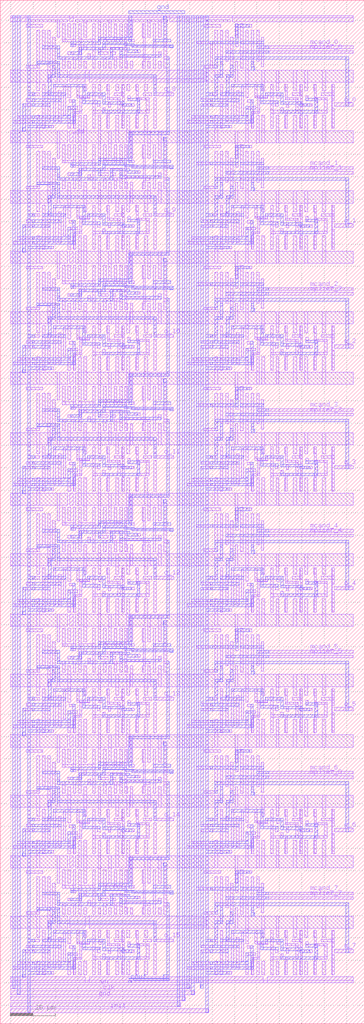
<source format=lef>
VERSION 5.6 ;
BUSBITCHARS "[]" ;
DIVIDERCHAR "/" ;

MACRO bpm_custom
  CLASS RING ;
  ORIGIN 4.8 18.3 ;
  FOREIGN bpm_custom -4.8 -18.3 ;
  SIZE 162.6 BY 457.2 ;
  SYMMETRY X Y R90 ;
  PIN clk
    DIRECTION INPUT ;
    USE SIGNAL ;
    PORT
      LAYER metal1 ;
        RECT 0 -5.4 82.2 -3.6 ;
    END
  END clk
  PIN en
    DIRECTION INPUT ;
    USE SIGNAL ;
    PORT
      LAYER metal1 ;
        RECT 0 -2.7 80.1 -0.9 ;
    END
  END en
  PIN gnd
    DIRECTION INOUT ;
    USE GROUND ;
    SHAPE RING ;
    PORT
      LAYER metal2 ;
        RECT 52.8 432.9 77.7 434.1 ;
      LAYER metal1 ;
        RECT 26.4 25.8 86.4 29.7 ;
        RECT 35.1 24.3 86.4 29.7 ;
        RECT 26.4 24.3 33.3 29.7 ;
        RECT 26.4 403.8 86.4 407.7 ;
        RECT 35.1 402.3 86.4 407.7 ;
        RECT 26.4 402.3 33.3 407.7 ;
        RECT 0 -8.1 78 -6.3 ;
    END
  END gnd
  PIN init
    DIRECTION INPUT ;
    USE SIGNAL ;
    PORT
      LAYER metal1 ;
        RECT 0 -13.5 88.5 -11.7 ;
    END
  END init
  PIN mcand_0
    DIRECTION INPUT ;
    USE SIGNAL ;
    PORT
      LAYER metal1 ;
        RECT 114 417.3 153 418.5 ;
    END
  END mcand_0
  PIN mcand_1
    DIRECTION INPUT ;
    USE SIGNAL ;
    PORT
      LAYER metal1 ;
        RECT 114 363.3 153 364.5 ;
    END
  END mcand_1
  PIN mcand_2
    DIRECTION INPUT ;
    USE SIGNAL ;
    PORT
      LAYER metal1 ;
        RECT 114 309.3 153 310.5 ;
    END
  END mcand_2
  PIN mcand_3
    DIRECTION INPUT ;
    USE SIGNAL ;
    PORT
      LAYER metal1 ;
        RECT 114 255.3 153 256.5 ;
    END
  END mcand_3
  PIN mcand_4
    DIRECTION INPUT ;
    USE SIGNAL ;
    PORT
      LAYER metal1 ;
        RECT 114 201.3 153 202.5 ;
    END
  END mcand_4
  PIN mcand_5
    DIRECTION INPUT ;
    USE SIGNAL ;
    PORT
      LAYER metal1 ;
        RECT 114 147.3 153 148.5 ;
    END
  END mcand_5
  PIN mcand_6
    DIRECTION INPUT ;
    USE SIGNAL ;
    PORT
      LAYER metal1 ;
        RECT 114 93.3 153 94.5 ;
    END
  END mcand_6
  PIN mcand_7
    DIRECTION INPUT ;
    USE SIGNAL ;
    PORT
      LAYER metal1 ;
        RECT 114 39.3 153 40.5 ;
    END
  END mcand_7
  PIN mplier_0
    DIRECTION INPUT ;
    USE SIGNAL ;
    PORT
      LAYER metal1 ;
        RECT 114 415.2 153 416.4 ;
    END
  END mplier_0
  PIN mplier_1
    DIRECTION INPUT ;
    USE SIGNAL ;
    PORT
      LAYER metal1 ;
        RECT 114 361.2 153 362.4 ;
    END
  END mplier_1
  PIN mplier_2
    DIRECTION INPUT ;
    USE SIGNAL ;
    PORT
      LAYER metal1 ;
        RECT 114 307.2 153 308.4 ;
    END
  END mplier_2
  PIN mplier_3
    DIRECTION INPUT ;
    USE SIGNAL ;
    PORT
      LAYER metal1 ;
        RECT 114 253.2 153 254.4 ;
    END
  END mplier_3
  PIN mplier_4
    DIRECTION INPUT ;
    USE SIGNAL ;
    PORT
      LAYER metal1 ;
        RECT 114 199.2 153 200.4 ;
    END
  END mplier_4
  PIN mplier_5
    DIRECTION INPUT ;
    USE SIGNAL ;
    PORT
      LAYER metal1 ;
        RECT 114 145.2 153 146.4 ;
    END
  END mplier_5
  PIN mplier_6
    DIRECTION INPUT ;
    USE SIGNAL ;
    PORT
      LAYER metal1 ;
        RECT 114 91.2 153 92.4 ;
    END
  END mplier_6
  PIN mplier_7
    DIRECTION INPUT ;
    USE SIGNAL ;
    PORT
      LAYER metal1 ;
        RECT 114 37.2 153 38.4 ;
    END
  END mplier_7
  PIN q_0
    DIRECTION OUTPUT ;
    USE SIGNAL ;
    PORT
      LAYER metal1 ;
        RECT 144.6 391.5 153 393 ;
    END
  END q_0
  PIN q_1
    DIRECTION OUTPUT ;
    USE SIGNAL ;
    PORT
      LAYER metal1 ;
        RECT 144.6 337.5 153 339 ;
    END
  END q_1
  PIN q_10
    DIRECTION OUTPUT ;
    USE SIGNAL ;
    PORT
      LAYER metal1 ;
        RECT 63.9 288.3 72.9 289.5 ;
    END
  END q_10
  PIN q_11
    DIRECTION OUTPUT ;
    USE SIGNAL ;
    PORT
      LAYER metal1 ;
        RECT 63.9 234.3 72.9 235.5 ;
    END
  END q_11
  PIN q_12
    DIRECTION OUTPUT ;
    USE SIGNAL ;
    PORT
      LAYER metal1 ;
        RECT 63.9 180.3 72.9 181.5 ;
    END
  END q_12
  PIN q_13
    DIRECTION OUTPUT ;
    USE SIGNAL ;
    PORT
      LAYER metal1 ;
        RECT 63.9 126.3 72.9 127.5 ;
    END
  END q_13
  PIN q_14
    DIRECTION OUTPUT ;
    USE SIGNAL ;
    PORT
      LAYER metal1 ;
        RECT 63.9 72.3 72.9 73.5 ;
    END
  END q_14
  PIN q_15
    DIRECTION OUTPUT ;
    USE SIGNAL ;
    PORT
      LAYER metal1 ;
        RECT 63.9 18.3 72.9 19.5 ;
    END
  END q_15
  PIN q_2
    DIRECTION OUTPUT ;
    USE SIGNAL ;
    PORT
      LAYER metal1 ;
        RECT 144.6 283.5 153 285 ;
    END
  END q_2
  PIN q_3
    DIRECTION OUTPUT ;
    USE SIGNAL ;
    PORT
      LAYER metal1 ;
        RECT 144.6 229.5 153 231 ;
    END
  END q_3
  PIN q_4
    DIRECTION OUTPUT ;
    USE SIGNAL ;
    PORT
      LAYER metal1 ;
        RECT 144.6 175.5 153 177 ;
    END
  END q_4
  PIN q_5
    DIRECTION OUTPUT ;
    USE SIGNAL ;
    PORT
      LAYER metal1 ;
        RECT 144.6 121.5 153 123 ;
    END
  END q_5
  PIN q_6
    DIRECTION OUTPUT ;
    USE SIGNAL ;
    PORT
      LAYER metal1 ;
        RECT 144.6 67.5 153 69 ;
    END
  END q_6
  PIN q_7
    DIRECTION OUTPUT ;
    USE SIGNAL ;
    PORT
      LAYER metal1 ;
        RECT 144.6 13.5 153 15 ;
    END
  END q_7
  PIN q_8
    DIRECTION OUTPUT ;
    USE SIGNAL ;
    PORT
      LAYER metal1 ;
        RECT 63.9 396.3 72.9 397.5 ;
    END
  END q_8
  PIN q_9
    DIRECTION OUTPUT ;
    USE SIGNAL ;
    PORT
      LAYER metal1 ;
        RECT 63.9 342.3 72.9 343.5 ;
    END
  END q_9
  PIN vdd
    DIRECTION INOUT ;
    USE POWER ;
    SHAPE RING ;
    PORT
      LAYER metal1 ;
        RECT 114.6 0 153 2.7 ;
        RECT 0 0 153 1.2 ;
        RECT 35.1 0 112.8 2.7 ;
        RECT 0 0 33.3 2.7 ;
        RECT 0 431.1 153 432 ;
        RECT 99 429.3 153 432 ;
        RECT 71.1 429.3 86.4 432 ;
        RECT 26.4 429.3 27.9 432 ;
        RECT 0 429.3 6.9 432 ;
        RECT 0 -10.8 75.9 -9 ;
        RECT 26.4 51.3 27.9 56.7 ;
        RECT 26.4 105.3 27.9 110.7 ;
        RECT 26.4 159.3 27.9 164.7 ;
        RECT 26.4 213.3 27.9 218.7 ;
        RECT 26.4 267.3 27.9 272.7 ;
        RECT 26.4 321.3 27.9 326.7 ;
        RECT 26.4 375.3 27.9 380.7 ;
    END
  END vdd
  PIN cout
    DIRECTION INPUT ;
    USE SIGNAL ;
    PORT
      LAYER metal2 ;
        RECT 52.8 0 54 0.9 ;
    END
  END cout
  OBS
    LAYER metal2 ;
      RECT 91.2 34.5 150.9 35.7 ;
      RECT 149.7 13.5 150.9 35.7 ;
      RECT 91.2 30.6 92.4 35.7 ;
      RECT 91.2 88.5 150.9 89.7 ;
      RECT 149.7 67.5 150.9 89.7 ;
      RECT 91.2 84.6 92.4 89.7 ;
      RECT 91.2 142.5 150.9 143.7 ;
      RECT 149.7 121.5 150.9 143.7 ;
      RECT 91.2 138.6 92.4 143.7 ;
      RECT 91.2 196.5 150.9 197.7 ;
      RECT 149.7 175.5 150.9 197.7 ;
      RECT 91.2 192.6 92.4 197.7 ;
      RECT 91.2 250.5 150.9 251.7 ;
      RECT 149.7 229.5 150.9 251.7 ;
      RECT 91.2 246.6 92.4 251.7 ;
      RECT 91.2 304.5 150.9 305.7 ;
      RECT 149.7 283.5 150.9 305.7 ;
      RECT 91.2 300.6 92.4 305.7 ;
      RECT 91.2 358.5 150.9 359.7 ;
      RECT 149.7 337.5 150.9 359.7 ;
      RECT 91.2 354.6 92.4 359.7 ;
      RECT 91.2 412.5 150.9 413.7 ;
      RECT 149.7 391.5 150.9 413.7 ;
      RECT 91.2 408.6 92.4 413.7 ;
      RECT 131.7 15.9 137.1 17.1 ;
      RECT 135.9 10.5 137.1 17.1 ;
      RECT 120.6 10.5 137.1 11.7 ;
      RECT 131.7 69.9 137.1 71.1 ;
      RECT 135.9 64.5 137.1 71.1 ;
      RECT 120.6 64.5 137.1 65.7 ;
      RECT 131.7 123.9 137.1 125.1 ;
      RECT 135.9 118.5 137.1 125.1 ;
      RECT 120.6 118.5 137.1 119.7 ;
      RECT 131.7 177.9 137.1 179.1 ;
      RECT 135.9 172.5 137.1 179.1 ;
      RECT 120.6 172.5 137.1 173.7 ;
      RECT 131.7 231.9 137.1 233.1 ;
      RECT 135.9 226.5 137.1 233.1 ;
      RECT 120.6 226.5 137.1 227.7 ;
      RECT 131.7 285.9 137.1 287.1 ;
      RECT 135.9 280.5 137.1 287.1 ;
      RECT 120.6 280.5 137.1 281.7 ;
      RECT 131.7 339.9 137.1 341.1 ;
      RECT 135.9 334.5 137.1 341.1 ;
      RECT 120.6 334.5 137.1 335.7 ;
      RECT 131.7 393.9 137.1 395.1 ;
      RECT 135.9 388.5 137.1 395.1 ;
      RECT 120.6 388.5 137.1 389.7 ;
      RECT 113.7 18.3 121.8 19.5 ;
      RECT 120.6 14.4 121.8 19.5 ;
      RECT 120.6 14.4 130.2 15.6 ;
      RECT 129 13.5 133.5 14.7 ;
      RECT 113.7 72.3 121.8 73.5 ;
      RECT 120.6 68.4 121.8 73.5 ;
      RECT 120.6 68.4 130.2 69.6 ;
      RECT 129 67.5 133.5 68.7 ;
      RECT 113.7 126.3 121.8 127.5 ;
      RECT 120.6 122.4 121.8 127.5 ;
      RECT 120.6 122.4 130.2 123.6 ;
      RECT 129 121.5 133.5 122.7 ;
      RECT 113.7 180.3 121.8 181.5 ;
      RECT 120.6 176.4 121.8 181.5 ;
      RECT 120.6 176.4 130.2 177.6 ;
      RECT 129 175.5 133.5 176.7 ;
      RECT 113.7 234.3 121.8 235.5 ;
      RECT 120.6 230.4 121.8 235.5 ;
      RECT 120.6 230.4 130.2 231.6 ;
      RECT 129 229.5 133.5 230.7 ;
      RECT 113.7 288.3 121.8 289.5 ;
      RECT 120.6 284.4 121.8 289.5 ;
      RECT 120.6 284.4 130.2 285.6 ;
      RECT 129 283.5 133.5 284.7 ;
      RECT 113.7 342.3 121.8 343.5 ;
      RECT 120.6 338.4 121.8 343.5 ;
      RECT 120.6 338.4 130.2 339.6 ;
      RECT 129 337.5 133.5 338.7 ;
      RECT 113.7 396.3 121.8 397.5 ;
      RECT 120.6 392.4 121.8 397.5 ;
      RECT 120.6 392.4 130.2 393.6 ;
      RECT 129 391.5 133.5 392.7 ;
      RECT 98.4 22.2 112.8 23.4 ;
      RECT 111.6 14.7 112.8 23.4 ;
      RECT 111.6 14.7 119.4 15.9 ;
      RECT 98.4 76.2 112.8 77.4 ;
      RECT 111.6 68.7 112.8 77.4 ;
      RECT 111.6 68.7 119.4 69.9 ;
      RECT 98.4 130.2 112.8 131.4 ;
      RECT 111.6 122.7 112.8 131.4 ;
      RECT 111.6 122.7 119.4 123.9 ;
      RECT 98.4 184.2 112.8 185.4 ;
      RECT 111.6 176.7 112.8 185.4 ;
      RECT 111.6 176.7 119.4 177.9 ;
      RECT 98.4 238.2 112.8 239.4 ;
      RECT 111.6 230.7 112.8 239.4 ;
      RECT 111.6 230.7 119.4 231.9 ;
      RECT 98.4 292.2 112.8 293.4 ;
      RECT 111.6 284.7 112.8 293.4 ;
      RECT 111.6 284.7 119.4 285.9 ;
      RECT 98.4 346.2 112.8 347.4 ;
      RECT 111.6 338.7 112.8 347.4 ;
      RECT 111.6 338.7 119.4 339.9 ;
      RECT 98.4 400.2 112.8 401.4 ;
      RECT 111.6 392.7 112.8 401.4 ;
      RECT 111.6 392.7 119.4 393.9 ;
      RECT 107.4 29.7 108.6 33.6 ;
      RECT 107.4 29.7 108.9 31.2 ;
      RECT 107.4 83.7 108.6 87.6 ;
      RECT 107.4 83.7 108.9 85.2 ;
      RECT 107.4 137.7 108.6 141.6 ;
      RECT 107.4 137.7 108.9 139.2 ;
      RECT 107.4 191.7 108.6 195.6 ;
      RECT 107.4 191.7 108.9 193.2 ;
      RECT 107.4 245.7 108.6 249.6 ;
      RECT 107.4 245.7 108.9 247.2 ;
      RECT 107.4 299.7 108.6 303.6 ;
      RECT 107.4 299.7 108.9 301.2 ;
      RECT 107.4 353.7 108.6 357.6 ;
      RECT 107.4 353.7 108.9 355.2 ;
      RECT 107.4 407.7 108.6 411.6 ;
      RECT 107.4 407.7 108.9 409.2 ;
      RECT 107.1 6 108.3 16.5 ;
      RECT 89.1 6 108.3 7.2 ;
      RECT 107.1 60 108.3 70.5 ;
      RECT 89.1 60 108.3 61.2 ;
      RECT 107.1 114 108.3 124.5 ;
      RECT 89.1 114 108.3 115.2 ;
      RECT 107.1 168 108.3 178.5 ;
      RECT 89.1 168 108.3 169.2 ;
      RECT 107.1 222 108.3 232.5 ;
      RECT 89.1 222 108.3 223.2 ;
      RECT 107.1 276 108.3 286.5 ;
      RECT 89.1 276 108.3 277.2 ;
      RECT 107.1 330 108.3 340.5 ;
      RECT 89.1 330 108.3 331.2 ;
      RECT 107.1 384 108.3 394.5 ;
      RECT 89.1 384 108.3 385.2 ;
      RECT 100.5 48.9 106.5 50.1 ;
      RECT 100.5 41.4 101.7 50.1 ;
      RECT 89.1 41.4 101.7 42.6 ;
      RECT 100.5 102.9 106.5 104.1 ;
      RECT 100.5 95.4 101.7 104.1 ;
      RECT 89.1 95.4 101.7 96.6 ;
      RECT 100.5 156.9 106.5 158.1 ;
      RECT 100.5 149.4 101.7 158.1 ;
      RECT 89.1 149.4 101.7 150.6 ;
      RECT 100.5 210.9 106.5 212.1 ;
      RECT 100.5 203.4 101.7 212.1 ;
      RECT 89.1 203.4 101.7 204.6 ;
      RECT 100.5 264.9 106.5 266.1 ;
      RECT 100.5 257.4 101.7 266.1 ;
      RECT 89.1 257.4 101.7 258.6 ;
      RECT 100.5 318.9 106.5 320.1 ;
      RECT 100.5 311.4 101.7 320.1 ;
      RECT 89.1 311.4 101.7 312.6 ;
      RECT 100.5 372.9 106.5 374.1 ;
      RECT 100.5 365.4 101.7 374.1 ;
      RECT 89.1 365.4 101.7 366.6 ;
      RECT 100.5 426.9 106.5 428.1 ;
      RECT 100.5 419.4 101.7 428.1 ;
      RECT 89.1 419.4 101.7 420.6 ;
      RECT 105 8.1 106.2 13.5 ;
      RECT 89.1 8.1 106.2 9.3 ;
      RECT 105 62.1 106.2 67.5 ;
      RECT 89.1 62.1 106.2 63.3 ;
      RECT 105 116.1 106.2 121.5 ;
      RECT 89.1 116.1 106.2 117.3 ;
      RECT 105 170.1 106.2 175.5 ;
      RECT 89.1 170.1 106.2 171.3 ;
      RECT 105 224.1 106.2 229.5 ;
      RECT 89.1 224.1 106.2 225.3 ;
      RECT 105 278.1 106.2 283.5 ;
      RECT 89.1 278.1 106.2 279.3 ;
      RECT 105 332.1 106.2 337.5 ;
      RECT 89.1 332.1 106.2 333.3 ;
      RECT 105 386.1 106.2 391.5 ;
      RECT 89.1 386.1 106.2 387.3 ;
      RECT 98.1 26.4 99.3 31.8 ;
      RECT 96.3 26.4 99.3 27.6 ;
      RECT 96.3 18.3 97.5 27.6 ;
      RECT 93.6 18.3 104.1 19.5 ;
      RECT 98.1 80.4 99.3 85.8 ;
      RECT 96.3 80.4 99.3 81.6 ;
      RECT 96.3 72.3 97.5 81.6 ;
      RECT 93.6 72.3 104.1 73.5 ;
      RECT 98.1 134.4 99.3 139.8 ;
      RECT 96.3 134.4 99.3 135.6 ;
      RECT 96.3 126.3 97.5 135.6 ;
      RECT 93.6 126.3 104.1 127.5 ;
      RECT 98.1 188.4 99.3 193.8 ;
      RECT 96.3 188.4 99.3 189.6 ;
      RECT 96.3 180.3 97.5 189.6 ;
      RECT 93.6 180.3 104.1 181.5 ;
      RECT 98.1 242.4 99.3 247.8 ;
      RECT 96.3 242.4 99.3 243.6 ;
      RECT 96.3 234.3 97.5 243.6 ;
      RECT 93.6 234.3 104.1 235.5 ;
      RECT 98.1 296.4 99.3 301.8 ;
      RECT 96.3 296.4 99.3 297.6 ;
      RECT 96.3 288.3 97.5 297.6 ;
      RECT 93.6 288.3 104.1 289.5 ;
      RECT 98.1 350.4 99.3 355.8 ;
      RECT 96.3 350.4 99.3 351.6 ;
      RECT 96.3 342.3 97.5 351.6 ;
      RECT 93.6 342.3 104.1 343.5 ;
      RECT 98.1 404.4 99.3 409.8 ;
      RECT 96.3 404.4 99.3 405.6 ;
      RECT 96.3 396.3 97.5 405.6 ;
      RECT 93.6 396.3 104.1 397.5 ;
      RECT 93.6 26.4 94.8 33.6 ;
      RECT 91.2 26.4 94.8 27.6 ;
      RECT 91.2 15.6 92.4 27.6 ;
      RECT 89.1 15.6 102 16.8 ;
      RECT 93.6 80.4 94.8 87.6 ;
      RECT 91.2 80.4 94.8 81.6 ;
      RECT 91.2 69.6 92.4 81.6 ;
      RECT 89.1 69.6 102 70.8 ;
      RECT 93.6 134.4 94.8 141.6 ;
      RECT 91.2 134.4 94.8 135.6 ;
      RECT 91.2 123.6 92.4 135.6 ;
      RECT 89.1 123.6 102 124.8 ;
      RECT 93.6 188.4 94.8 195.6 ;
      RECT 91.2 188.4 94.8 189.6 ;
      RECT 91.2 177.6 92.4 189.6 ;
      RECT 89.1 177.6 102 178.8 ;
      RECT 93.6 242.4 94.8 249.6 ;
      RECT 91.2 242.4 94.8 243.6 ;
      RECT 91.2 231.6 92.4 243.6 ;
      RECT 89.1 231.6 102 232.8 ;
      RECT 93.6 296.4 94.8 303.6 ;
      RECT 91.2 296.4 94.8 297.6 ;
      RECT 91.2 285.6 92.4 297.6 ;
      RECT 89.1 285.6 102 286.8 ;
      RECT 93.6 350.4 94.8 357.6 ;
      RECT 91.2 350.4 94.8 351.6 ;
      RECT 91.2 339.6 92.4 351.6 ;
      RECT 89.1 339.6 102 340.8 ;
      RECT 93.6 404.4 94.8 411.6 ;
      RECT 91.2 404.4 94.8 405.6 ;
      RECT 91.2 393.6 92.4 405.6 ;
      RECT 89.1 393.6 102 394.8 ;
      RECT 87 -13.2 88.2 432 ;
      RECT 87 396.3 90.3 397.5 ;
      RECT 87 381.9 97.5 383.1 ;
      RECT 87 342.3 90.3 343.5 ;
      RECT 87 327.9 97.5 329.1 ;
      RECT 87 288.3 90.3 289.5 ;
      RECT 87 273.9 97.5 275.1 ;
      RECT 87 234.3 90.3 235.5 ;
      RECT 87 219.9 97.5 221.1 ;
      RECT 87 180.3 90.3 181.5 ;
      RECT 87 165.9 97.5 167.1 ;
      RECT 87 126.3 90.3 127.5 ;
      RECT 87 111.9 97.5 113.1 ;
      RECT 87 72.3 90.3 73.5 ;
      RECT 87 57.9 97.5 59.1 ;
      RECT 87 18.3 90.3 19.5 ;
      RECT 87 3.9 97.5 5.1 ;
      RECT 84.9 -2.4 86.1 14.7 ;
      RECT 84.6 -2.4 86.1 -0.9 ;
      RECT 41.1 41.1 51.9 42.3 ;
      RECT 41.1 41.1 55.2 41.4 ;
      RECT 71.1 39.6 72.6 41.1 ;
      RECT 54 39.9 72.6 41.1 ;
      RECT 51 40.5 72.6 41.1 ;
      RECT 41.1 38.7 42.3 42.3 ;
      RECT 30.6 38.7 42.3 39.9 ;
      RECT 39 36.6 40.2 39.9 ;
      RECT 30.6 36.6 31.8 39.9 ;
      RECT 26.7 36.6 31.8 37.8 ;
      RECT 41.1 95.1 51.9 96.3 ;
      RECT 41.1 95.1 55.2 95.4 ;
      RECT 71.1 93.6 72.6 95.1 ;
      RECT 54 93.9 72.6 95.1 ;
      RECT 51 94.5 72.6 95.1 ;
      RECT 41.1 92.7 42.3 96.3 ;
      RECT 30.6 92.7 42.3 93.9 ;
      RECT 39 90.6 40.2 93.9 ;
      RECT 30.6 90.6 31.8 93.9 ;
      RECT 26.7 90.6 31.8 91.8 ;
      RECT 41.1 149.1 51.9 150.3 ;
      RECT 41.1 149.1 55.2 149.4 ;
      RECT 71.1 147.6 72.6 149.1 ;
      RECT 54 147.9 72.6 149.1 ;
      RECT 51 148.5 72.6 149.1 ;
      RECT 41.1 146.7 42.3 150.3 ;
      RECT 30.6 146.7 42.3 147.9 ;
      RECT 39 144.6 40.2 147.9 ;
      RECT 30.6 144.6 31.8 147.9 ;
      RECT 26.7 144.6 31.8 145.8 ;
      RECT 41.1 203.1 51.9 204.3 ;
      RECT 41.1 203.1 55.2 203.4 ;
      RECT 71.1 201.6 72.6 203.1 ;
      RECT 54 201.9 72.6 203.1 ;
      RECT 51 202.5 72.6 203.1 ;
      RECT 41.1 200.7 42.3 204.3 ;
      RECT 30.6 200.7 42.3 201.9 ;
      RECT 39 198.6 40.2 201.9 ;
      RECT 30.6 198.6 31.8 201.9 ;
      RECT 26.7 198.6 31.8 199.8 ;
      RECT 41.1 257.1 51.9 258.3 ;
      RECT 41.1 257.1 55.2 257.4 ;
      RECT 71.1 255.6 72.6 257.1 ;
      RECT 54 255.9 72.6 257.1 ;
      RECT 51 256.5 72.6 257.1 ;
      RECT 41.1 254.7 42.3 258.3 ;
      RECT 30.6 254.7 42.3 255.9 ;
      RECT 39 252.6 40.2 255.9 ;
      RECT 30.6 252.6 31.8 255.9 ;
      RECT 26.7 252.6 31.8 253.8 ;
      RECT 41.1 311.1 51.9 312.3 ;
      RECT 41.1 311.1 55.2 311.4 ;
      RECT 71.1 309.6 72.6 311.1 ;
      RECT 54 309.9 72.6 311.1 ;
      RECT 51 310.5 72.6 311.1 ;
      RECT 41.1 308.7 42.3 312.3 ;
      RECT 30.6 308.7 42.3 309.9 ;
      RECT 39 306.6 40.2 309.9 ;
      RECT 30.6 306.6 31.8 309.9 ;
      RECT 26.7 306.6 31.8 307.8 ;
      RECT 41.1 365.1 51.9 366.3 ;
      RECT 41.1 365.1 55.2 365.4 ;
      RECT 71.1 363.6 72.6 365.1 ;
      RECT 54 363.9 72.6 365.1 ;
      RECT 51 364.5 72.6 365.1 ;
      RECT 41.1 362.7 42.3 366.3 ;
      RECT 30.6 362.7 42.3 363.9 ;
      RECT 39 360.6 40.2 363.9 ;
      RECT 30.6 360.6 31.8 363.9 ;
      RECT 26.7 360.6 31.8 361.8 ;
      RECT 41.1 419.1 51.9 420.3 ;
      RECT 41.1 419.1 55.2 419.4 ;
      RECT 71.1 417.6 72.6 419.1 ;
      RECT 54 417.9 72.6 419.1 ;
      RECT 51 418.5 72.6 419.1 ;
      RECT 41.1 416.7 42.3 420.3 ;
      RECT 30.6 416.7 42.3 417.9 ;
      RECT 39 414.6 40.2 417.9 ;
      RECT 30.6 414.6 31.8 417.9 ;
      RECT 26.7 414.6 31.8 415.8 ;
      RECT 68.1 52.2 69.6 53.7 ;
      RECT 68.4 42.3 69.6 53.7 ;
      RECT 63.6 42.3 71.4 43.5 ;
      RECT 68.1 106.2 69.6 107.7 ;
      RECT 68.4 96.3 69.6 107.7 ;
      RECT 63.6 96.3 71.4 97.5 ;
      RECT 68.1 160.2 69.6 161.7 ;
      RECT 68.4 150.3 69.6 161.7 ;
      RECT 63.6 150.3 71.4 151.5 ;
      RECT 68.1 214.2 69.6 215.7 ;
      RECT 68.4 204.3 69.6 215.7 ;
      RECT 63.6 204.3 71.4 205.5 ;
      RECT 68.1 268.2 69.6 269.7 ;
      RECT 68.4 258.3 69.6 269.7 ;
      RECT 63.6 258.3 71.4 259.5 ;
      RECT 68.1 322.2 69.6 323.7 ;
      RECT 68.4 312.3 69.6 323.7 ;
      RECT 63.6 312.3 71.4 313.5 ;
      RECT 68.1 376.2 69.6 377.7 ;
      RECT 68.4 366.3 69.6 377.7 ;
      RECT 63.6 366.3 71.4 367.5 ;
      RECT 68.1 430.2 69.6 431.7 ;
      RECT 68.4 420.3 69.6 431.7 ;
      RECT 63.6 420.3 71.4 421.5 ;
      RECT 69.6 0.9 70.8 35.7 ;
      RECT 68.1 0.9 70.8 3.6 ;
      RECT 52.8 1.8 70.8 2.1 ;
      RECT 54.9 0.9 70.8 2.1 ;
      RECT 69.6 54.9 70.8 89.7 ;
      RECT 52.8 54.9 70.8 56.1 ;
      RECT 52.8 42.3 54 56.1 ;
      RECT 39 43.2 54 44.4 ;
      RECT 39 41.1 40.2 44.4 ;
      RECT 26.7 41.1 40.2 42.3 ;
      RECT 26.7 40.2 27.9 42.3 ;
      RECT 69.6 108.9 70.8 143.7 ;
      RECT 52.8 108.9 70.8 110.1 ;
      RECT 52.8 96.3 54 110.1 ;
      RECT 39 97.2 54 98.4 ;
      RECT 39 95.1 40.2 98.4 ;
      RECT 26.7 95.1 40.2 96.3 ;
      RECT 26.7 94.2 27.9 96.3 ;
      RECT 69.6 162.9 70.8 197.7 ;
      RECT 52.8 162.9 70.8 164.1 ;
      RECT 52.8 150.3 54 164.1 ;
      RECT 39 151.2 54 152.4 ;
      RECT 39 149.1 40.2 152.4 ;
      RECT 26.7 149.1 40.2 150.3 ;
      RECT 26.7 148.2 27.9 150.3 ;
      RECT 69.6 216.9 70.8 251.7 ;
      RECT 52.8 216.9 70.8 218.1 ;
      RECT 52.8 204.3 54 218.1 ;
      RECT 39 205.2 54 206.4 ;
      RECT 39 203.1 40.2 206.4 ;
      RECT 26.7 203.1 40.2 204.3 ;
      RECT 26.7 202.2 27.9 204.3 ;
      RECT 69.6 270.9 70.8 305.7 ;
      RECT 52.8 270.9 70.8 272.1 ;
      RECT 52.8 258.3 54 272.1 ;
      RECT 39 259.2 54 260.4 ;
      RECT 39 257.1 40.2 260.4 ;
      RECT 26.7 257.1 40.2 258.3 ;
      RECT 26.7 256.2 27.9 258.3 ;
      RECT 69.6 324.9 70.8 359.7 ;
      RECT 52.8 324.9 70.8 326.1 ;
      RECT 52.8 312.3 54 326.1 ;
      RECT 39 313.2 54 314.4 ;
      RECT 39 311.1 40.2 314.4 ;
      RECT 26.7 311.1 40.2 312.3 ;
      RECT 26.7 310.2 27.9 312.3 ;
      RECT 69.6 378.9 70.8 413.7 ;
      RECT 52.8 378.9 70.8 380.1 ;
      RECT 52.8 366.3 54 380.1 ;
      RECT 39 367.2 54 368.4 ;
      RECT 39 365.1 40.2 368.4 ;
      RECT 26.7 365.1 40.2 366.3 ;
      RECT 26.7 364.2 27.9 366.3 ;
      RECT 48.6 35.4 49.8 37.8 ;
      RECT 48.6 35.4 67.2 36.6 ;
      RECT 48.6 89.4 49.8 91.8 ;
      RECT 48.6 89.4 67.2 90.6 ;
      RECT 48.6 143.4 49.8 145.8 ;
      RECT 48.6 143.4 67.2 144.6 ;
      RECT 48.6 197.4 49.8 199.8 ;
      RECT 48.6 197.4 67.2 198.6 ;
      RECT 48.6 251.4 49.8 253.8 ;
      RECT 48.6 251.4 67.2 252.6 ;
      RECT 48.6 305.4 49.8 307.8 ;
      RECT 48.6 305.4 67.2 306.6 ;
      RECT 48.6 359.4 49.8 361.8 ;
      RECT 48.6 359.4 67.2 360.6 ;
      RECT 48.6 413.4 49.8 415.8 ;
      RECT 48.6 413.4 67.2 414.6 ;
      RECT 11.7 32.7 21.9 33.6 ;
      RECT 20.7 26.4 21.9 33.6 ;
      RECT 11.7 32.4 17.7 33.6 ;
      RECT 20.7 26.4 65.1 27.6 ;
      RECT 63.9 18.3 65.1 27.6 ;
      RECT 11.7 86.7 21.9 87.6 ;
      RECT 20.7 80.4 21.9 87.6 ;
      RECT 11.7 86.4 17.7 87.6 ;
      RECT 20.7 80.4 65.1 81.6 ;
      RECT 63.9 72.3 65.1 81.6 ;
      RECT 11.7 140.7 21.9 141.6 ;
      RECT 20.7 134.4 21.9 141.6 ;
      RECT 11.7 140.4 17.7 141.6 ;
      RECT 20.7 134.4 65.1 135.6 ;
      RECT 63.9 126.3 65.1 135.6 ;
      RECT 11.7 194.7 21.9 195.6 ;
      RECT 20.7 188.4 21.9 195.6 ;
      RECT 11.7 194.4 17.7 195.6 ;
      RECT 20.7 188.4 65.1 189.6 ;
      RECT 63.9 180.3 65.1 189.6 ;
      RECT 11.7 248.7 21.9 249.6 ;
      RECT 20.7 242.4 21.9 249.6 ;
      RECT 11.7 248.4 17.7 249.6 ;
      RECT 20.7 242.4 65.1 243.6 ;
      RECT 63.9 234.3 65.1 243.6 ;
      RECT 11.7 302.7 21.9 303.6 ;
      RECT 20.7 296.4 21.9 303.6 ;
      RECT 11.7 302.4 17.7 303.6 ;
      RECT 20.7 296.4 65.1 297.6 ;
      RECT 63.9 288.3 65.1 297.6 ;
      RECT 11.7 356.7 21.9 357.6 ;
      RECT 20.7 350.4 21.9 357.6 ;
      RECT 11.7 356.4 17.7 357.6 ;
      RECT 20.7 350.4 65.1 351.6 ;
      RECT 63.9 342.3 65.1 351.6 ;
      RECT 11.7 410.7 21.9 411.6 ;
      RECT 20.7 404.4 21.9 411.6 ;
      RECT 11.7 410.4 17.7 411.6 ;
      RECT 20.7 404.4 65.1 405.6 ;
      RECT 63.9 396.3 65.1 405.6 ;
      RECT 52.2 15.9 57.6 17.1 ;
      RECT 56.4 10.5 57.6 17.1 ;
      RECT 41.1 10.5 57.6 11.7 ;
      RECT 52.2 69.9 57.6 71.1 ;
      RECT 56.4 64.5 57.6 71.1 ;
      RECT 41.1 64.5 57.6 65.7 ;
      RECT 52.2 123.9 57.6 125.1 ;
      RECT 56.4 118.5 57.6 125.1 ;
      RECT 41.1 118.5 57.6 119.7 ;
      RECT 52.2 177.9 57.6 179.1 ;
      RECT 56.4 172.5 57.6 179.1 ;
      RECT 41.1 172.5 57.6 173.7 ;
      RECT 52.2 231.9 57.6 233.1 ;
      RECT 56.4 226.5 57.6 233.1 ;
      RECT 41.1 226.5 57.6 227.7 ;
      RECT 52.2 285.9 57.6 287.1 ;
      RECT 56.4 280.5 57.6 287.1 ;
      RECT 41.1 280.5 57.6 281.7 ;
      RECT 52.2 339.9 57.6 341.1 ;
      RECT 56.4 334.5 57.6 341.1 ;
      RECT 41.1 334.5 57.6 335.7 ;
      RECT 52.2 393.9 57.6 395.1 ;
      RECT 56.4 388.5 57.6 395.1 ;
      RECT 41.1 388.5 57.6 389.7 ;
      RECT 14.1 39.3 21.9 40.5 ;
      RECT 20.7 34.5 21.9 40.5 ;
      RECT 44.4 38.7 53.1 39.6 ;
      RECT 52.2 37.5 56.7 38.7 ;
      RECT 44.4 34.5 45.6 39.6 ;
      RECT 20.7 34.5 45.6 35.7 ;
      RECT 14.1 93.3 21.9 94.5 ;
      RECT 20.7 88.5 21.9 94.5 ;
      RECT 44.4 92.7 53.1 93.6 ;
      RECT 52.2 91.5 56.7 92.7 ;
      RECT 44.4 88.5 45.6 93.6 ;
      RECT 20.7 88.5 45.6 89.7 ;
      RECT 14.1 147.3 21.9 148.5 ;
      RECT 20.7 142.5 21.9 148.5 ;
      RECT 44.4 146.7 53.1 147.6 ;
      RECT 52.2 145.5 56.7 146.7 ;
      RECT 44.4 142.5 45.6 147.6 ;
      RECT 20.7 142.5 45.6 143.7 ;
      RECT 14.1 201.3 21.9 202.5 ;
      RECT 20.7 196.5 21.9 202.5 ;
      RECT 44.4 200.7 53.1 201.6 ;
      RECT 52.2 199.5 56.7 200.7 ;
      RECT 44.4 196.5 45.6 201.6 ;
      RECT 20.7 196.5 45.6 197.7 ;
      RECT 14.1 255.3 21.9 256.5 ;
      RECT 20.7 250.5 21.9 256.5 ;
      RECT 44.4 254.7 53.1 255.6 ;
      RECT 52.2 253.5 56.7 254.7 ;
      RECT 44.4 250.5 45.6 255.6 ;
      RECT 20.7 250.5 45.6 251.7 ;
      RECT 14.1 309.3 21.9 310.5 ;
      RECT 20.7 304.5 21.9 310.5 ;
      RECT 44.4 308.7 53.1 309.6 ;
      RECT 52.2 307.5 56.7 308.7 ;
      RECT 44.4 304.5 45.6 309.6 ;
      RECT 20.7 304.5 45.6 305.7 ;
      RECT 14.1 363.3 21.9 364.5 ;
      RECT 20.7 358.5 21.9 364.5 ;
      RECT 44.4 362.7 53.1 363.6 ;
      RECT 52.2 361.5 56.7 362.7 ;
      RECT 44.4 358.5 45.6 363.6 ;
      RECT 20.7 358.5 45.6 359.7 ;
      RECT 14.1 417.3 21.9 418.5 ;
      RECT 20.7 412.5 21.9 418.5 ;
      RECT 44.4 416.7 53.1 417.6 ;
      RECT 52.2 415.5 56.7 416.7 ;
      RECT 44.4 412.5 45.6 417.6 ;
      RECT 20.7 412.5 45.6 413.7 ;
      RECT 34.2 18.3 42.3 19.5 ;
      RECT 41.1 14.4 42.3 19.5 ;
      RECT 41.1 14.4 50.7 15.6 ;
      RECT 49.5 13.5 54 14.7 ;
      RECT 34.2 72.3 42.3 73.5 ;
      RECT 41.1 68.4 42.3 73.5 ;
      RECT 41.1 68.4 50.7 69.6 ;
      RECT 49.5 67.5 54 68.7 ;
      RECT 34.2 126.3 42.3 127.5 ;
      RECT 41.1 122.4 42.3 127.5 ;
      RECT 41.1 122.4 50.7 123.6 ;
      RECT 49.5 121.5 54 122.7 ;
      RECT 34.2 180.3 42.3 181.5 ;
      RECT 41.1 176.4 42.3 181.5 ;
      RECT 41.1 176.4 50.7 177.6 ;
      RECT 49.5 175.5 54 176.7 ;
      RECT 34.2 234.3 42.3 235.5 ;
      RECT 41.1 230.4 42.3 235.5 ;
      RECT 41.1 230.4 50.7 231.6 ;
      RECT 49.5 229.5 54 230.7 ;
      RECT 34.2 288.3 42.3 289.5 ;
      RECT 41.1 284.4 42.3 289.5 ;
      RECT 41.1 284.4 50.7 285.6 ;
      RECT 49.5 283.5 54 284.7 ;
      RECT 34.2 342.3 42.3 343.5 ;
      RECT 41.1 338.4 42.3 343.5 ;
      RECT 41.1 338.4 50.7 339.6 ;
      RECT 49.5 337.5 54 338.7 ;
      RECT 34.2 396.3 42.3 397.5 ;
      RECT 41.1 392.4 42.3 397.5 ;
      RECT 41.1 392.4 50.7 393.6 ;
      RECT 49.5 391.5 54 392.7 ;
      RECT 52.8 420.3 54 432 ;
      RECT 39 421.2 54 422.4 ;
      RECT 39 419.1 40.2 422.4 ;
      RECT 26.7 419.1 40.2 420.3 ;
      RECT 26.7 418.2 27.9 420.3 ;
      RECT 18.9 22.2 33.3 23.4 ;
      RECT 32.1 14.7 33.3 23.4 ;
      RECT 32.1 14.7 39.9 15.9 ;
      RECT 18.9 76.2 33.3 77.4 ;
      RECT 32.1 68.7 33.3 77.4 ;
      RECT 32.1 68.7 39.9 69.9 ;
      RECT 18.9 130.2 33.3 131.4 ;
      RECT 32.1 122.7 33.3 131.4 ;
      RECT 32.1 122.7 39.9 123.9 ;
      RECT 18.9 184.2 33.3 185.4 ;
      RECT 32.1 176.7 33.3 185.4 ;
      RECT 32.1 176.7 39.9 177.9 ;
      RECT 18.9 238.2 33.3 239.4 ;
      RECT 32.1 230.7 33.3 239.4 ;
      RECT 32.1 230.7 39.9 231.9 ;
      RECT 18.9 292.2 33.3 293.4 ;
      RECT 32.1 284.7 33.3 293.4 ;
      RECT 32.1 284.7 39.9 285.9 ;
      RECT 18.9 346.2 33.3 347.4 ;
      RECT 32.1 338.7 33.3 347.4 ;
      RECT 32.1 338.7 39.9 339.9 ;
      RECT 18.9 400.2 33.3 401.4 ;
      RECT 32.1 392.7 33.3 401.4 ;
      RECT 32.1 392.7 39.9 393.9 ;
      RECT 27.6 6 28.8 16.5 ;
      RECT 9.6 6 28.8 7.2 ;
      RECT 27.6 60 28.8 70.5 ;
      RECT 9.6 60 28.8 61.2 ;
      RECT 27.6 114 28.8 124.5 ;
      RECT 9.6 114 28.8 115.2 ;
      RECT 27.6 168 28.8 178.5 ;
      RECT 9.6 168 28.8 169.2 ;
      RECT 27.6 222 28.8 232.5 ;
      RECT 9.6 222 28.8 223.2 ;
      RECT 27.6 276 28.8 286.5 ;
      RECT 9.6 276 28.8 277.2 ;
      RECT 27.6 330 28.8 340.5 ;
      RECT 9.6 330 28.8 331.2 ;
      RECT 27.6 384 28.8 394.5 ;
      RECT 9.6 384 28.8 385.2 ;
      RECT 25.5 8.1 26.7 13.5 ;
      RECT 9.6 8.1 26.7 9.3 ;
      RECT 25.5 62.1 26.7 67.5 ;
      RECT 9.6 62.1 26.7 63.3 ;
      RECT 25.5 116.1 26.7 121.5 ;
      RECT 9.6 116.1 26.7 117.3 ;
      RECT 25.5 170.1 26.7 175.5 ;
      RECT 9.6 170.1 26.7 171.3 ;
      RECT 25.5 224.1 26.7 229.5 ;
      RECT 9.6 224.1 26.7 225.3 ;
      RECT 25.5 278.1 26.7 283.5 ;
      RECT 9.6 278.1 26.7 279.3 ;
      RECT 25.5 332.1 26.7 337.5 ;
      RECT 9.6 332.1 26.7 333.3 ;
      RECT 25.5 386.1 26.7 391.5 ;
      RECT 9.6 386.1 26.7 387.3 ;
      RECT 18.6 26.4 19.8 31.8 ;
      RECT 16.8 26.4 19.8 27.6 ;
      RECT 16.8 18.3 18 27.6 ;
      RECT 14.1 18.3 24.6 19.5 ;
      RECT 18.6 80.4 19.8 85.8 ;
      RECT 16.8 80.4 19.8 81.6 ;
      RECT 16.8 72.3 18 81.6 ;
      RECT 14.1 72.3 24.6 73.5 ;
      RECT 18.6 134.4 19.8 139.8 ;
      RECT 16.8 134.4 19.8 135.6 ;
      RECT 16.8 126.3 18 135.6 ;
      RECT 14.1 126.3 24.6 127.5 ;
      RECT 18.6 188.4 19.8 193.8 ;
      RECT 16.8 188.4 19.8 189.6 ;
      RECT 16.8 180.3 18 189.6 ;
      RECT 14.1 180.3 24.6 181.5 ;
      RECT 18.6 242.4 19.8 247.8 ;
      RECT 16.8 242.4 19.8 243.6 ;
      RECT 16.8 234.3 18 243.6 ;
      RECT 14.1 234.3 24.6 235.5 ;
      RECT 18.6 296.4 19.8 301.8 ;
      RECT 16.8 296.4 19.8 297.6 ;
      RECT 16.8 288.3 18 297.6 ;
      RECT 14.1 288.3 24.6 289.5 ;
      RECT 18.6 350.4 19.8 355.8 ;
      RECT 16.8 350.4 19.8 351.6 ;
      RECT 16.8 342.3 18 351.6 ;
      RECT 14.1 342.3 24.6 343.5 ;
      RECT 18.6 404.4 19.8 409.8 ;
      RECT 16.8 404.4 19.8 405.6 ;
      RECT 16.8 396.3 18 405.6 ;
      RECT 14.1 396.3 24.6 397.5 ;
      RECT 7.5 -13.2 8.7 432 ;
      RECT 7.5 396.3 10.8 397.5 ;
      RECT 7.5 381.9 18 383.1 ;
      RECT 7.5 342.3 10.8 343.5 ;
      RECT 7.5 327.9 18 329.1 ;
      RECT 7.5 288.3 10.8 289.5 ;
      RECT 7.5 273.9 18 275.1 ;
      RECT 7.5 234.3 10.8 235.5 ;
      RECT 7.5 219.9 18 221.1 ;
      RECT 7.5 180.3 10.8 181.5 ;
      RECT 7.5 165.9 18 167.1 ;
      RECT 7.5 126.3 10.8 127.5 ;
      RECT 7.5 111.9 18 113.1 ;
      RECT 7.5 72.3 10.8 73.5 ;
      RECT 7.5 57.9 18 59.1 ;
      RECT 7.5 18.3 10.8 19.5 ;
      RECT 7.5 3.9 18 5.1 ;
      RECT 5.4 2.4 6.6 14.7 ;
      RECT 5.1 2.4 6.6 3.9 ;
      RECT 5.4 56.4 6.6 68.7 ;
      RECT 5.1 56.4 6.6 57.9 ;
      RECT 5.4 110.4 6.6 122.7 ;
      RECT 5.1 110.4 6.6 111.9 ;
      RECT 5.4 164.4 6.6 176.7 ;
      RECT 5.1 164.4 6.6 165.9 ;
      RECT 5.4 218.4 6.6 230.7 ;
      RECT 5.1 218.4 6.6 219.9 ;
      RECT 5.4 272.4 6.6 284.7 ;
      RECT 5.1 272.4 6.6 273.9 ;
      RECT 5.4 326.4 6.6 338.7 ;
      RECT 5.1 326.4 6.6 327.9 ;
      RECT 5.4 380.4 6.6 392.7 ;
      RECT 5.1 380.4 6.6 381.9 ;
      RECT 96 37.2 115.2 38.4 ;
      RECT 109.8 39.3 115.2 40.5 ;
      RECT 96 91.2 115.2 92.4 ;
      RECT 109.8 93.3 115.2 94.5 ;
      RECT 96 145.2 115.2 146.4 ;
      RECT 109.8 147.3 115.2 148.5 ;
      RECT 96 199.2 115.2 200.4 ;
      RECT 109.8 201.3 115.2 202.5 ;
      RECT 96 253.2 115.2 254.4 ;
      RECT 109.8 255.3 115.2 256.5 ;
      RECT 96 307.2 115.2 308.4 ;
      RECT 109.8 309.3 115.2 310.5 ;
      RECT 96 361.2 115.2 362.4 ;
      RECT 109.8 363.3 115.2 364.5 ;
      RECT 96 415.2 115.2 416.4 ;
      RECT 109.8 417.3 115.2 418.5 ;
      RECT 102.6 41.4 113.1 42.6 ;
      RECT 102.6 95.4 113.1 96.6 ;
      RECT 102.6 149.4 113.1 150.6 ;
      RECT 102.6 203.4 113.1 204.6 ;
      RECT 102.6 257.4 113.1 258.6 ;
      RECT 102.6 311.4 113.1 312.6 ;
      RECT 102.6 365.4 113.1 366.6 ;
      RECT 102.6 419.4 113.1 420.6 ;
      RECT 89.1 13.5 97.2 14.7 ;
      RECT 89.1 67.5 97.2 68.7 ;
      RECT 89.1 121.5 97.2 122.7 ;
      RECT 89.1 175.5 97.2 176.7 ;
      RECT 89.1 229.5 97.2 230.7 ;
      RECT 89.1 283.5 97.2 284.7 ;
      RECT 89.1 337.5 97.2 338.7 ;
      RECT 89.1 391.5 97.2 392.7 ;
      RECT 84.9 15.6 86.1 68.7 ;
      RECT 84.9 69.6 86.1 122.7 ;
      RECT 84.9 123.6 86.1 176.7 ;
      RECT 84.9 177.6 86.1 230.7 ;
      RECT 84.9 231.6 86.1 284.7 ;
      RECT 84.9 285.6 86.1 338.7 ;
      RECT 84.9 339.6 86.1 392.7 ;
      RECT 84.9 393.6 86.1 432 ;
      RECT 82.8 0 84 432 ;
      RECT 80.7 -5.1 81.9 432 ;
      RECT 78.6 -2.4 79.8 432 ;
      RECT 76.5 -7.8 77.7 432 ;
      RECT 74.4 -10.5 75.6 432 ;
      RECT 9.6 15.6 22.5 16.8 ;
      RECT 9.6 69.6 22.5 70.8 ;
      RECT 9.6 123.6 22.5 124.8 ;
      RECT 9.6 177.6 22.5 178.8 ;
      RECT 9.6 231.6 22.5 232.8 ;
      RECT 9.6 285.6 22.5 286.8 ;
      RECT 9.6 339.6 22.5 340.8 ;
      RECT 9.6 393.6 22.5 394.8 ;
      RECT 9.6 13.5 17.7 14.7 ;
      RECT 9.6 67.5 17.7 68.7 ;
      RECT 9.6 121.5 17.7 122.7 ;
      RECT 9.6 175.5 17.7 176.7 ;
      RECT 9.6 229.5 17.7 230.7 ;
      RECT 9.6 283.5 17.7 284.7 ;
      RECT 9.6 337.5 17.7 338.7 ;
      RECT 9.6 391.5 17.7 392.7 ;
      RECT 3 -5.1 4.2 432 ;
      RECT 0.9 -2.4 2.1 432 ;
    LAYER metal1 ;
      RECT 105 17.4 106.2 47.4 ;
      RECT 100.2 24.3 101.4 33.6 ;
      RECT 87.3 24.3 153 29.7 ;
      RECT 139.2 20.4 140.7 29.7 ;
      RECT 131.4 20.4 132.6 29.7 ;
      RECT 126.3 20.4 127.8 29.7 ;
      RECT 118.5 20.4 119.7 29.7 ;
      RECT 112.2 20.4 113.4 29.7 ;
      RECT 91.2 20.4 92.4 29.7 ;
      RECT 139.2 51.3 140.7 63.6 ;
      RECT 131.4 51.3 132.6 63.6 ;
      RECT 126.3 51.3 127.8 63.6 ;
      RECT 118.5 51.3 119.7 63.6 ;
      RECT 112.2 51.3 113.4 63.6 ;
      RECT 109.8 51.3 111 63.6 ;
      RECT 105 51.3 106.2 63.6 ;
      RECT 91.2 51.3 92.4 63.6 ;
      RECT 59.7 51.3 61.2 63.6 ;
      RECT 51.9 51.3 53.1 63.6 ;
      RECT 46.8 51.3 48.3 63.6 ;
      RECT 39 44.4 40.2 63.6 ;
      RECT 32.7 44.4 33.9 63.6 ;
      RECT 30.3 51.3 31.5 63.6 ;
      RECT 28.8 51.3 153 56.7 ;
      RECT 100.2 44.4 101.4 56.7 ;
      RECT 66 44.4 67.2 56.7 ;
      RECT 61.2 44.4 62.4 56.7 ;
      RECT 53.4 44.4 54.6 56.7 ;
      RECT 43.8 44.4 45 56.7 ;
      RECT 105 71.4 106.2 101.4 ;
      RECT 16.5 78.3 17.7 101.4 ;
      RECT 100.2 78.3 101.4 87.6 ;
      RECT 66 78.3 67.2 87.6 ;
      RECT 61.2 78.3 62.4 87.6 ;
      RECT 53.4 78.3 54.6 87.6 ;
      RECT 43.8 78.3 45 87.6 ;
      RECT 39 74.4 40.2 87.6 ;
      RECT 32.7 74.4 33.9 87.6 ;
      RECT 25.5 71.4 26.7 87.6 ;
      RECT 20.7 78.3 21.9 87.6 ;
      RECT 0 78.3 153 83.7 ;
      RECT 139.2 74.4 140.7 83.7 ;
      RECT 131.4 74.4 132.6 83.7 ;
      RECT 126.3 74.4 127.8 83.7 ;
      RECT 118.5 74.4 119.7 83.7 ;
      RECT 112.2 74.4 113.4 83.7 ;
      RECT 91.2 74.4 92.4 83.7 ;
      RECT 59.7 74.4 61.2 83.7 ;
      RECT 51.9 74.4 53.1 83.7 ;
      RECT 46.8 74.4 48.3 83.7 ;
      RECT 11.7 74.4 12.9 83.7 ;
      RECT 7.5 69.6 8.7 83.7 ;
      RECT 6.9 69.6 10.8 70.8 ;
      RECT 139.2 105.3 140.7 117.6 ;
      RECT 131.4 105.3 132.6 117.6 ;
      RECT 126.3 105.3 127.8 117.6 ;
      RECT 118.5 105.3 119.7 117.6 ;
      RECT 112.2 105.3 113.4 117.6 ;
      RECT 109.8 105.3 111 117.6 ;
      RECT 105 105.3 106.2 117.6 ;
      RECT 91.2 105.3 92.4 117.6 ;
      RECT 59.7 105.3 61.2 117.6 ;
      RECT 51.9 105.3 53.1 117.6 ;
      RECT 46.8 105.3 48.3 117.6 ;
      RECT 39 98.4 40.2 117.6 ;
      RECT 32.7 98.4 33.9 117.6 ;
      RECT 30.3 105.3 31.5 117.6 ;
      RECT 28.8 105.3 153 110.7 ;
      RECT 100.2 98.4 101.4 110.7 ;
      RECT 66 98.4 67.2 110.7 ;
      RECT 61.2 98.4 62.4 110.7 ;
      RECT 53.4 98.4 54.6 110.7 ;
      RECT 43.8 98.4 45 110.7 ;
      RECT 105 125.4 106.2 155.4 ;
      RECT 16.5 132.3 17.7 155.4 ;
      RECT 100.2 132.3 101.4 141.6 ;
      RECT 66 132.3 67.2 141.6 ;
      RECT 61.2 132.3 62.4 141.6 ;
      RECT 53.4 132.3 54.6 141.6 ;
      RECT 43.8 132.3 45 141.6 ;
      RECT 39 128.4 40.2 141.6 ;
      RECT 32.7 128.4 33.9 141.6 ;
      RECT 25.5 125.4 26.7 141.6 ;
      RECT 20.7 132.3 21.9 141.6 ;
      RECT 0 132.3 153 137.7 ;
      RECT 139.2 128.4 140.7 137.7 ;
      RECT 131.4 128.4 132.6 137.7 ;
      RECT 126.3 128.4 127.8 137.7 ;
      RECT 118.5 128.4 119.7 137.7 ;
      RECT 112.2 128.4 113.4 137.7 ;
      RECT 91.2 128.4 92.4 137.7 ;
      RECT 59.7 128.4 61.2 137.7 ;
      RECT 51.9 128.4 53.1 137.7 ;
      RECT 46.8 128.4 48.3 137.7 ;
      RECT 11.7 128.4 12.9 137.7 ;
      RECT 7.5 123.6 8.7 137.7 ;
      RECT 6.9 123.6 10.8 124.8 ;
      RECT 139.2 159.3 140.7 171.6 ;
      RECT 131.4 159.3 132.6 171.6 ;
      RECT 126.3 159.3 127.8 171.6 ;
      RECT 118.5 159.3 119.7 171.6 ;
      RECT 112.2 159.3 113.4 171.6 ;
      RECT 109.8 159.3 111 171.6 ;
      RECT 105 159.3 106.2 171.6 ;
      RECT 91.2 159.3 92.4 171.6 ;
      RECT 59.7 159.3 61.2 171.6 ;
      RECT 51.9 159.3 53.1 171.6 ;
      RECT 46.8 159.3 48.3 171.6 ;
      RECT 39 152.4 40.2 171.6 ;
      RECT 32.7 152.4 33.9 171.6 ;
      RECT 30.3 159.3 31.5 171.6 ;
      RECT 28.8 159.3 153 164.7 ;
      RECT 100.2 152.4 101.4 164.7 ;
      RECT 66 152.4 67.2 164.7 ;
      RECT 61.2 152.4 62.4 164.7 ;
      RECT 53.4 152.4 54.6 164.7 ;
      RECT 43.8 152.4 45 164.7 ;
      RECT 105 179.4 106.2 209.4 ;
      RECT 16.5 186.3 17.7 209.4 ;
      RECT 100.2 186.3 101.4 195.6 ;
      RECT 66 186.3 67.2 195.6 ;
      RECT 61.2 186.3 62.4 195.6 ;
      RECT 53.4 186.3 54.6 195.6 ;
      RECT 43.8 186.3 45 195.6 ;
      RECT 39 182.4 40.2 195.6 ;
      RECT 32.7 182.4 33.9 195.6 ;
      RECT 25.5 179.4 26.7 195.6 ;
      RECT 20.7 186.3 21.9 195.6 ;
      RECT 0 186.3 153 191.7 ;
      RECT 139.2 182.4 140.7 191.7 ;
      RECT 131.4 182.4 132.6 191.7 ;
      RECT 126.3 182.4 127.8 191.7 ;
      RECT 118.5 182.4 119.7 191.7 ;
      RECT 112.2 182.4 113.4 191.7 ;
      RECT 91.2 182.4 92.4 191.7 ;
      RECT 59.7 182.4 61.2 191.7 ;
      RECT 51.9 182.4 53.1 191.7 ;
      RECT 46.8 182.4 48.3 191.7 ;
      RECT 11.7 182.4 12.9 191.7 ;
      RECT 7.5 177.6 8.7 191.7 ;
      RECT 6.9 177.6 10.8 178.8 ;
      RECT 139.2 213.3 140.7 225.6 ;
      RECT 131.4 213.3 132.6 225.6 ;
      RECT 126.3 213.3 127.8 225.6 ;
      RECT 118.5 213.3 119.7 225.6 ;
      RECT 112.2 213.3 113.4 225.6 ;
      RECT 109.8 213.3 111 225.6 ;
      RECT 105 213.3 106.2 225.6 ;
      RECT 91.2 213.3 92.4 225.6 ;
      RECT 59.7 213.3 61.2 225.6 ;
      RECT 51.9 213.3 53.1 225.6 ;
      RECT 46.8 213.3 48.3 225.6 ;
      RECT 39 206.4 40.2 225.6 ;
      RECT 32.7 206.4 33.9 225.6 ;
      RECT 30.3 213.3 31.5 225.6 ;
      RECT 28.8 213.3 153 218.7 ;
      RECT 100.2 206.4 101.4 218.7 ;
      RECT 66 206.4 67.2 218.7 ;
      RECT 61.2 206.4 62.4 218.7 ;
      RECT 53.4 206.4 54.6 218.7 ;
      RECT 43.8 206.4 45 218.7 ;
      RECT 105 233.4 106.2 263.4 ;
      RECT 16.5 240.3 17.7 263.4 ;
      RECT 100.2 240.3 101.4 249.6 ;
      RECT 66 240.3 67.2 249.6 ;
      RECT 61.2 240.3 62.4 249.6 ;
      RECT 53.4 240.3 54.6 249.6 ;
      RECT 43.8 240.3 45 249.6 ;
      RECT 39 236.4 40.2 249.6 ;
      RECT 32.7 236.4 33.9 249.6 ;
      RECT 25.5 233.4 26.7 249.6 ;
      RECT 20.7 240.3 21.9 249.6 ;
      RECT 0 240.3 153 245.7 ;
      RECT 139.2 236.4 140.7 245.7 ;
      RECT 131.4 236.4 132.6 245.7 ;
      RECT 126.3 236.4 127.8 245.7 ;
      RECT 118.5 236.4 119.7 245.7 ;
      RECT 112.2 236.4 113.4 245.7 ;
      RECT 91.2 236.4 92.4 245.7 ;
      RECT 59.7 236.4 61.2 245.7 ;
      RECT 51.9 236.4 53.1 245.7 ;
      RECT 46.8 236.4 48.3 245.7 ;
      RECT 11.7 236.4 12.9 245.7 ;
      RECT 7.5 231.6 8.7 245.7 ;
      RECT 6.9 231.6 10.8 232.8 ;
      RECT 139.2 267.3 140.7 279.6 ;
      RECT 131.4 267.3 132.6 279.6 ;
      RECT 126.3 267.3 127.8 279.6 ;
      RECT 118.5 267.3 119.7 279.6 ;
      RECT 112.2 267.3 113.4 279.6 ;
      RECT 109.8 267.3 111 279.6 ;
      RECT 105 267.3 106.2 279.6 ;
      RECT 91.2 267.3 92.4 279.6 ;
      RECT 59.7 267.3 61.2 279.6 ;
      RECT 51.9 267.3 53.1 279.6 ;
      RECT 46.8 267.3 48.3 279.6 ;
      RECT 39 260.4 40.2 279.6 ;
      RECT 32.7 260.4 33.9 279.6 ;
      RECT 30.3 267.3 31.5 279.6 ;
      RECT 28.8 267.3 153 272.7 ;
      RECT 100.2 260.4 101.4 272.7 ;
      RECT 66 260.4 67.2 272.7 ;
      RECT 61.2 260.4 62.4 272.7 ;
      RECT 53.4 260.4 54.6 272.7 ;
      RECT 43.8 260.4 45 272.7 ;
      RECT 105 287.4 106.2 317.4 ;
      RECT 16.5 294.3 17.7 317.4 ;
      RECT 100.2 294.3 101.4 303.6 ;
      RECT 66 294.3 67.2 303.6 ;
      RECT 61.2 294.3 62.4 303.6 ;
      RECT 53.4 294.3 54.6 303.6 ;
      RECT 43.8 294.3 45 303.6 ;
      RECT 39 290.4 40.2 303.6 ;
      RECT 32.7 290.4 33.9 303.6 ;
      RECT 25.5 287.4 26.7 303.6 ;
      RECT 20.7 294.3 21.9 303.6 ;
      RECT 0 294.3 153 299.7 ;
      RECT 139.2 290.4 140.7 299.7 ;
      RECT 131.4 290.4 132.6 299.7 ;
      RECT 126.3 290.4 127.8 299.7 ;
      RECT 118.5 290.4 119.7 299.7 ;
      RECT 112.2 290.4 113.4 299.7 ;
      RECT 91.2 290.4 92.4 299.7 ;
      RECT 59.7 290.4 61.2 299.7 ;
      RECT 51.9 290.4 53.1 299.7 ;
      RECT 46.8 290.4 48.3 299.7 ;
      RECT 11.7 290.4 12.9 299.7 ;
      RECT 7.5 285.6 8.7 299.7 ;
      RECT 6.9 285.6 10.8 286.8 ;
      RECT 139.2 321.3 140.7 333.6 ;
      RECT 131.4 321.3 132.6 333.6 ;
      RECT 126.3 321.3 127.8 333.6 ;
      RECT 118.5 321.3 119.7 333.6 ;
      RECT 112.2 321.3 113.4 333.6 ;
      RECT 109.8 321.3 111 333.6 ;
      RECT 105 321.3 106.2 333.6 ;
      RECT 91.2 321.3 92.4 333.6 ;
      RECT 59.7 321.3 61.2 333.6 ;
      RECT 51.9 321.3 53.1 333.6 ;
      RECT 46.8 321.3 48.3 333.6 ;
      RECT 39 314.4 40.2 333.6 ;
      RECT 32.7 314.4 33.9 333.6 ;
      RECT 30.3 321.3 31.5 333.6 ;
      RECT 28.8 321.3 153 326.7 ;
      RECT 100.2 314.4 101.4 326.7 ;
      RECT 66 314.4 67.2 326.7 ;
      RECT 61.2 314.4 62.4 326.7 ;
      RECT 53.4 314.4 54.6 326.7 ;
      RECT 43.8 314.4 45 326.7 ;
      RECT 105 341.4 106.2 371.4 ;
      RECT 16.5 348.3 17.7 371.4 ;
      RECT 100.2 348.3 101.4 357.6 ;
      RECT 66 348.3 67.2 357.6 ;
      RECT 61.2 348.3 62.4 357.6 ;
      RECT 53.4 348.3 54.6 357.6 ;
      RECT 43.8 348.3 45 357.6 ;
      RECT 39 344.4 40.2 357.6 ;
      RECT 32.7 344.4 33.9 357.6 ;
      RECT 25.5 341.4 26.7 357.6 ;
      RECT 20.7 348.3 21.9 357.6 ;
      RECT 0 348.3 153 353.7 ;
      RECT 139.2 344.4 140.7 353.7 ;
      RECT 131.4 344.4 132.6 353.7 ;
      RECT 126.3 344.4 127.8 353.7 ;
      RECT 118.5 344.4 119.7 353.7 ;
      RECT 112.2 344.4 113.4 353.7 ;
      RECT 91.2 344.4 92.4 353.7 ;
      RECT 59.7 344.4 61.2 353.7 ;
      RECT 51.9 344.4 53.1 353.7 ;
      RECT 46.8 344.4 48.3 353.7 ;
      RECT 11.7 344.4 12.9 353.7 ;
      RECT 7.5 339.6 8.7 353.7 ;
      RECT 6.9 339.6 10.8 340.8 ;
      RECT 139.2 375.3 140.7 387.6 ;
      RECT 131.4 375.3 132.6 387.6 ;
      RECT 126.3 375.3 127.8 387.6 ;
      RECT 118.5 375.3 119.7 387.6 ;
      RECT 112.2 375.3 113.4 387.6 ;
      RECT 109.8 375.3 111 387.6 ;
      RECT 105 375.3 106.2 387.6 ;
      RECT 91.2 375.3 92.4 387.6 ;
      RECT 59.7 375.3 61.2 387.6 ;
      RECT 51.9 375.3 53.1 387.6 ;
      RECT 46.8 375.3 48.3 387.6 ;
      RECT 39 368.4 40.2 387.6 ;
      RECT 32.7 368.4 33.9 387.6 ;
      RECT 30.3 375.3 31.5 387.6 ;
      RECT 28.8 375.3 153 380.7 ;
      RECT 100.2 368.4 101.4 380.7 ;
      RECT 66 368.4 67.2 380.7 ;
      RECT 61.2 368.4 62.4 380.7 ;
      RECT 53.4 368.4 54.6 380.7 ;
      RECT 43.8 368.4 45 380.7 ;
      RECT 105 395.4 106.2 425.4 ;
      RECT 100.2 402.3 101.4 411.6 ;
      RECT 87.3 402.3 153 407.7 ;
      RECT 139.2 398.4 140.7 407.7 ;
      RECT 131.4 398.4 132.6 407.7 ;
      RECT 126.3 398.4 127.8 407.7 ;
      RECT 118.5 398.4 119.7 407.7 ;
      RECT 112.2 398.4 113.4 407.7 ;
      RECT 91.2 398.4 92.4 407.7 ;
      RECT 143.4 15.9 144.6 23.4 ;
      RECT 138.6 18.3 144.6 19.5 ;
      RECT 143.4 3.6 143.7 23.4 ;
      RECT 143.4 3.6 144.6 12.6 ;
      RECT 143.4 69.9 144.6 77.4 ;
      RECT 138.6 72.3 144.6 73.5 ;
      RECT 143.4 57.6 143.7 77.4 ;
      RECT 143.4 57.6 144.6 66.6 ;
      RECT 143.4 123.9 144.6 131.4 ;
      RECT 138.6 126.3 144.6 127.5 ;
      RECT 143.4 111.6 143.7 131.4 ;
      RECT 143.4 111.6 144.6 120.6 ;
      RECT 143.4 177.9 144.6 185.4 ;
      RECT 138.6 180.3 144.6 181.5 ;
      RECT 143.4 165.6 143.7 185.4 ;
      RECT 143.4 165.6 144.6 174.6 ;
      RECT 143.4 231.9 144.6 239.4 ;
      RECT 138.6 234.3 144.6 235.5 ;
      RECT 143.4 219.6 143.7 239.4 ;
      RECT 143.4 219.6 144.6 228.6 ;
      RECT 143.4 285.9 144.6 293.4 ;
      RECT 138.6 288.3 144.6 289.5 ;
      RECT 143.4 273.6 143.7 293.4 ;
      RECT 143.4 273.6 144.6 282.6 ;
      RECT 143.4 339.9 144.6 347.4 ;
      RECT 138.6 342.3 144.6 343.5 ;
      RECT 143.4 327.6 143.7 347.4 ;
      RECT 143.4 327.6 144.6 336.6 ;
      RECT 143.4 393.9 144.6 401.4 ;
      RECT 138.6 396.3 144.6 397.5 ;
      RECT 143.4 381.6 143.7 401.4 ;
      RECT 143.4 381.6 144.6 390.6 ;
      RECT 135.3 20.4 136.5 23.4 ;
      RECT 135.6 16.5 136.5 23.4 ;
      RECT 135.6 16.5 141.3 17.4 ;
      RECT 140.1 10.5 141.3 17.4 ;
      RECT 135.6 10.5 141.3 11.7 ;
      RECT 135.6 3.6 136.5 11.7 ;
      RECT 135.3 3.6 136.5 9.6 ;
      RECT 135.3 74.4 136.5 77.4 ;
      RECT 135.6 70.5 136.5 77.4 ;
      RECT 135.6 70.5 141.3 71.4 ;
      RECT 140.1 64.5 141.3 71.4 ;
      RECT 135.6 64.5 141.3 65.7 ;
      RECT 135.6 57.6 136.5 65.7 ;
      RECT 135.3 57.6 136.5 63.6 ;
      RECT 135.3 128.4 136.5 131.4 ;
      RECT 135.6 124.5 136.5 131.4 ;
      RECT 135.6 124.5 141.3 125.4 ;
      RECT 140.1 118.5 141.3 125.4 ;
      RECT 135.6 118.5 141.3 119.7 ;
      RECT 135.6 111.6 136.5 119.7 ;
      RECT 135.3 111.6 136.5 117.6 ;
      RECT 135.3 182.4 136.5 185.4 ;
      RECT 135.6 178.5 136.5 185.4 ;
      RECT 135.6 178.5 141.3 179.4 ;
      RECT 140.1 172.5 141.3 179.4 ;
      RECT 135.6 172.5 141.3 173.7 ;
      RECT 135.6 165.6 136.5 173.7 ;
      RECT 135.3 165.6 136.5 171.6 ;
      RECT 135.3 236.4 136.5 239.4 ;
      RECT 135.6 232.5 136.5 239.4 ;
      RECT 135.6 232.5 141.3 233.4 ;
      RECT 140.1 226.5 141.3 233.4 ;
      RECT 135.6 226.5 141.3 227.7 ;
      RECT 135.6 219.6 136.5 227.7 ;
      RECT 135.3 219.6 136.5 225.6 ;
      RECT 135.3 290.4 136.5 293.4 ;
      RECT 135.6 286.5 136.5 293.4 ;
      RECT 135.6 286.5 141.3 287.4 ;
      RECT 140.1 280.5 141.3 287.4 ;
      RECT 135.6 280.5 141.3 281.7 ;
      RECT 135.6 273.6 136.5 281.7 ;
      RECT 135.3 273.6 136.5 279.6 ;
      RECT 135.3 344.4 136.5 347.4 ;
      RECT 135.6 340.5 136.5 347.4 ;
      RECT 135.6 340.5 141.3 341.4 ;
      RECT 140.1 334.5 141.3 341.4 ;
      RECT 135.6 334.5 141.3 335.7 ;
      RECT 135.6 327.6 136.5 335.7 ;
      RECT 135.3 327.6 136.5 333.6 ;
      RECT 135.3 398.4 136.5 401.4 ;
      RECT 135.6 394.5 136.5 401.4 ;
      RECT 135.6 394.5 141.3 395.4 ;
      RECT 140.1 388.5 141.3 395.4 ;
      RECT 135.6 388.5 141.3 389.7 ;
      RECT 135.6 381.6 136.5 389.7 ;
      RECT 135.3 381.6 136.5 387.6 ;
      RECT 129 18.3 130.2 23.4 ;
      RECT 129.3 3.6 130.2 23.4 ;
      RECT 125.7 18.3 130.2 19.5 ;
      RECT 129.3 13.5 131.1 14.7 ;
      RECT 129 3.6 130.2 9.6 ;
      RECT 129 72.3 130.2 77.4 ;
      RECT 129.3 57.6 130.2 77.4 ;
      RECT 125.7 72.3 130.2 73.5 ;
      RECT 129.3 67.5 131.1 68.7 ;
      RECT 129 57.6 130.2 63.6 ;
      RECT 129 126.3 130.2 131.4 ;
      RECT 129.3 111.6 130.2 131.4 ;
      RECT 125.7 126.3 130.2 127.5 ;
      RECT 129.3 121.5 131.1 122.7 ;
      RECT 129 111.6 130.2 117.6 ;
      RECT 129 180.3 130.2 185.4 ;
      RECT 129.3 165.6 130.2 185.4 ;
      RECT 125.7 180.3 130.2 181.5 ;
      RECT 129.3 175.5 131.1 176.7 ;
      RECT 129 165.6 130.2 171.6 ;
      RECT 129 234.3 130.2 239.4 ;
      RECT 129.3 219.6 130.2 239.4 ;
      RECT 125.7 234.3 130.2 235.5 ;
      RECT 129.3 229.5 131.1 230.7 ;
      RECT 129 219.6 130.2 225.6 ;
      RECT 129 288.3 130.2 293.4 ;
      RECT 129.3 273.6 130.2 293.4 ;
      RECT 125.7 288.3 130.2 289.5 ;
      RECT 129.3 283.5 131.1 284.7 ;
      RECT 129 273.6 130.2 279.6 ;
      RECT 129 342.3 130.2 347.4 ;
      RECT 129.3 327.6 130.2 347.4 ;
      RECT 125.7 342.3 130.2 343.5 ;
      RECT 129.3 337.5 131.1 338.7 ;
      RECT 129 327.6 130.2 333.6 ;
      RECT 129 396.3 130.2 401.4 ;
      RECT 129.3 381.6 130.2 401.4 ;
      RECT 125.7 396.3 130.2 397.5 ;
      RECT 129.3 391.5 131.1 392.7 ;
      RECT 129 381.6 130.2 387.6 ;
      RECT 122.4 20.4 123.6 23.4 ;
      RECT 122.7 16.5 123.6 23.4 ;
      RECT 122.7 16.5 128.4 17.4 ;
      RECT 127.2 10.5 128.4 17.4 ;
      RECT 122.7 10.5 128.4 11.7 ;
      RECT 122.7 3.6 123.6 11.7 ;
      RECT 122.4 3.6 123.6 9.6 ;
      RECT 122.4 74.4 123.6 77.4 ;
      RECT 122.7 70.5 123.6 77.4 ;
      RECT 122.7 70.5 128.4 71.4 ;
      RECT 127.2 64.5 128.4 71.4 ;
      RECT 122.7 64.5 128.4 65.7 ;
      RECT 122.7 57.6 123.6 65.7 ;
      RECT 122.4 57.6 123.6 63.6 ;
      RECT 122.4 128.4 123.6 131.4 ;
      RECT 122.7 124.5 123.6 131.4 ;
      RECT 122.7 124.5 128.4 125.4 ;
      RECT 127.2 118.5 128.4 125.4 ;
      RECT 122.7 118.5 128.4 119.7 ;
      RECT 122.7 111.6 123.6 119.7 ;
      RECT 122.4 111.6 123.6 117.6 ;
      RECT 122.4 182.4 123.6 185.4 ;
      RECT 122.7 178.5 123.6 185.4 ;
      RECT 122.7 178.5 128.4 179.4 ;
      RECT 127.2 172.5 128.4 179.4 ;
      RECT 122.7 172.5 128.4 173.7 ;
      RECT 122.7 165.6 123.6 173.7 ;
      RECT 122.4 165.6 123.6 171.6 ;
      RECT 122.4 236.4 123.6 239.4 ;
      RECT 122.7 232.5 123.6 239.4 ;
      RECT 122.7 232.5 128.4 233.4 ;
      RECT 127.2 226.5 128.4 233.4 ;
      RECT 122.7 226.5 128.4 227.7 ;
      RECT 122.7 219.6 123.6 227.7 ;
      RECT 122.4 219.6 123.6 225.6 ;
      RECT 122.4 290.4 123.6 293.4 ;
      RECT 122.7 286.5 123.6 293.4 ;
      RECT 122.7 286.5 128.4 287.4 ;
      RECT 127.2 280.5 128.4 287.4 ;
      RECT 122.7 280.5 128.4 281.7 ;
      RECT 122.7 273.6 123.6 281.7 ;
      RECT 122.4 273.6 123.6 279.6 ;
      RECT 122.4 344.4 123.6 347.4 ;
      RECT 122.7 340.5 123.6 347.4 ;
      RECT 122.7 340.5 128.4 341.4 ;
      RECT 127.2 334.5 128.4 341.4 ;
      RECT 122.7 334.5 128.4 335.7 ;
      RECT 122.7 327.6 123.6 335.7 ;
      RECT 122.4 327.6 123.6 333.6 ;
      RECT 122.4 398.4 123.6 401.4 ;
      RECT 122.7 394.5 123.6 401.4 ;
      RECT 122.7 394.5 128.4 395.4 ;
      RECT 127.2 388.5 128.4 395.4 ;
      RECT 122.7 388.5 128.4 389.7 ;
      RECT 122.7 381.6 123.6 389.7 ;
      RECT 122.4 381.6 123.6 387.6 ;
      RECT 116.1 3.6 117.3 23.4 ;
      RECT 120.6 10.5 121.8 12.9 ;
      RECT 116.1 10.5 121.8 11.7 ;
      RECT 116.1 57.6 117.3 77.4 ;
      RECT 120.6 64.5 121.8 66.9 ;
      RECT 116.1 64.5 121.8 65.7 ;
      RECT 116.1 111.6 117.3 131.4 ;
      RECT 120.6 118.5 121.8 120.9 ;
      RECT 116.1 118.5 121.8 119.7 ;
      RECT 116.1 165.6 117.3 185.4 ;
      RECT 120.6 172.5 121.8 174.9 ;
      RECT 116.1 172.5 121.8 173.7 ;
      RECT 116.1 219.6 117.3 239.4 ;
      RECT 120.6 226.5 121.8 228.9 ;
      RECT 116.1 226.5 121.8 227.7 ;
      RECT 116.1 273.6 117.3 293.4 ;
      RECT 120.6 280.5 121.8 282.9 ;
      RECT 116.1 280.5 121.8 281.7 ;
      RECT 116.1 327.6 117.3 347.4 ;
      RECT 120.6 334.5 121.8 336.9 ;
      RECT 116.1 334.5 121.8 335.7 ;
      RECT 116.1 381.6 117.3 401.4 ;
      RECT 120.6 388.5 121.8 390.9 ;
      RECT 116.1 388.5 121.8 389.7 ;
      RECT 108.9 17.4 110.1 23.4 ;
      RECT 113.7 17.1 114.9 19.5 ;
      RECT 108.9 17.4 114.9 18.3 ;
      RECT 110.4 17.1 114.9 18.3 ;
      RECT 110.4 10.5 111.3 18.3 ;
      RECT 107.7 10.5 111.3 11.4 ;
      RECT 107.7 3.6 108.6 11.4 ;
      RECT 107.4 3.6 108.6 9.6 ;
      RECT 108.9 71.4 110.1 77.4 ;
      RECT 113.7 71.1 114.9 73.5 ;
      RECT 108.9 71.4 114.9 72.3 ;
      RECT 110.4 71.1 114.9 72.3 ;
      RECT 110.4 64.5 111.3 72.3 ;
      RECT 107.7 64.5 111.3 65.4 ;
      RECT 107.7 57.6 108.6 65.4 ;
      RECT 107.4 57.6 108.6 63.6 ;
      RECT 108.9 125.4 110.1 131.4 ;
      RECT 113.7 125.1 114.9 127.5 ;
      RECT 108.9 125.4 114.9 126.3 ;
      RECT 110.4 125.1 114.9 126.3 ;
      RECT 110.4 118.5 111.3 126.3 ;
      RECT 107.7 118.5 111.3 119.4 ;
      RECT 107.7 111.6 108.6 119.4 ;
      RECT 107.4 111.6 108.6 117.6 ;
      RECT 108.9 179.4 110.1 185.4 ;
      RECT 113.7 179.1 114.9 181.5 ;
      RECT 108.9 179.4 114.9 180.3 ;
      RECT 110.4 179.1 114.9 180.3 ;
      RECT 110.4 172.5 111.3 180.3 ;
      RECT 107.7 172.5 111.3 173.4 ;
      RECT 107.7 165.6 108.6 173.4 ;
      RECT 107.4 165.6 108.6 171.6 ;
      RECT 108.9 233.4 110.1 239.4 ;
      RECT 113.7 233.1 114.9 235.5 ;
      RECT 108.9 233.4 114.9 234.3 ;
      RECT 110.4 233.1 114.9 234.3 ;
      RECT 110.4 226.5 111.3 234.3 ;
      RECT 107.7 226.5 111.3 227.4 ;
      RECT 107.7 219.6 108.6 227.4 ;
      RECT 107.4 219.6 108.6 225.6 ;
      RECT 108.9 287.4 110.1 293.4 ;
      RECT 113.7 287.1 114.9 289.5 ;
      RECT 108.9 287.4 114.9 288.3 ;
      RECT 110.4 287.1 114.9 288.3 ;
      RECT 110.4 280.5 111.3 288.3 ;
      RECT 107.7 280.5 111.3 281.4 ;
      RECT 107.7 273.6 108.6 281.4 ;
      RECT 107.4 273.6 108.6 279.6 ;
      RECT 108.9 341.4 110.1 347.4 ;
      RECT 113.7 341.1 114.9 343.5 ;
      RECT 108.9 341.4 114.9 342.3 ;
      RECT 110.4 341.1 114.9 342.3 ;
      RECT 110.4 334.5 111.3 342.3 ;
      RECT 107.7 334.5 111.3 335.4 ;
      RECT 107.7 327.6 108.6 335.4 ;
      RECT 107.4 327.6 108.6 333.6 ;
      RECT 108.9 395.4 110.1 401.4 ;
      RECT 113.7 395.1 114.9 397.5 ;
      RECT 108.9 395.4 114.9 396.3 ;
      RECT 110.4 395.1 114.9 396.3 ;
      RECT 110.4 388.5 111.3 396.3 ;
      RECT 107.7 388.5 111.3 389.4 ;
      RECT 107.7 381.6 108.6 389.4 ;
      RECT 107.4 381.6 108.6 387.6 ;
      RECT 91.2 30.6 92.4 47.4 ;
      RECT 86.4 30.6 92.4 31.8 ;
      RECT 91.2 84.6 92.4 101.4 ;
      RECT 86.4 84.6 92.4 85.8 ;
      RECT 91.2 138.6 92.4 155.4 ;
      RECT 86.4 138.6 92.4 139.8 ;
      RECT 91.2 192.6 92.4 209.4 ;
      RECT 86.4 192.6 92.4 193.8 ;
      RECT 91.2 246.6 92.4 263.4 ;
      RECT 86.4 246.6 92.4 247.8 ;
      RECT 91.2 300.6 92.4 317.4 ;
      RECT 86.4 300.6 92.4 301.8 ;
      RECT 91.2 354.6 92.4 371.4 ;
      RECT 86.4 354.6 92.4 355.8 ;
      RECT 91.2 408.6 92.4 425.4 ;
      RECT 82.8 419.4 90.3 420.6 ;
      RECT 89.1 408.6 90.3 420.6 ;
      RECT 86.4 408.6 92.4 409.8 ;
      RECT 68.4 30.6 69.6 50.4 ;
      RECT 68.4 34.5 70.8 35.7 ;
      RECT 68.4 84.6 69.6 104.4 ;
      RECT 68.4 88.5 70.8 89.7 ;
      RECT 68.4 138.6 69.6 158.4 ;
      RECT 68.4 142.5 70.8 143.7 ;
      RECT 68.4 192.6 69.6 212.4 ;
      RECT 68.4 196.5 70.8 197.7 ;
      RECT 68.4 246.6 69.6 266.4 ;
      RECT 68.4 250.5 70.8 251.7 ;
      RECT 68.4 300.6 69.6 320.4 ;
      RECT 68.4 304.5 70.8 305.7 ;
      RECT 68.4 354.6 69.6 374.4 ;
      RECT 68.4 358.5 70.8 359.7 ;
      RECT 68.4 408.6 69.6 428.4 ;
      RECT 68.4 412.5 70.8 413.7 ;
      RECT 28.8 429.3 70.2 430.2 ;
      RECT 66 422.4 67.2 430.2 ;
      RECT 61.2 422.4 62.4 430.2 ;
      RECT 53.4 422.4 54.6 430.2 ;
      RECT 43.8 422.4 45 430.2 ;
      RECT 39 422.4 40.2 430.2 ;
      RECT 32.7 422.4 33.9 430.2 ;
      RECT 58.8 44.4 60 50.4 ;
      RECT 59.1 30.6 60 50.4 ;
      RECT 51 44.4 52.2 50.4 ;
      RECT 51 30.6 51.9 50.4 ;
      RECT 51 35.7 60 36.6 ;
      RECT 59.1 34.5 62.4 35.7 ;
      RECT 58.8 30.6 60 33.6 ;
      RECT 51 30.6 52.2 33.6 ;
      RECT 58.8 98.4 60 104.4 ;
      RECT 59.1 84.6 60 104.4 ;
      RECT 51 98.4 52.2 104.4 ;
      RECT 51 84.6 51.9 104.4 ;
      RECT 51 89.7 60 90.6 ;
      RECT 59.1 88.5 62.4 89.7 ;
      RECT 58.8 84.6 60 87.6 ;
      RECT 51 84.6 52.2 87.6 ;
      RECT 58.8 152.4 60 158.4 ;
      RECT 59.1 138.6 60 158.4 ;
      RECT 51 152.4 52.2 158.4 ;
      RECT 51 138.6 51.9 158.4 ;
      RECT 51 143.7 60 144.6 ;
      RECT 59.1 142.5 62.4 143.7 ;
      RECT 58.8 138.6 60 141.6 ;
      RECT 51 138.6 52.2 141.6 ;
      RECT 58.8 206.4 60 212.4 ;
      RECT 59.1 192.6 60 212.4 ;
      RECT 51 206.4 52.2 212.4 ;
      RECT 51 192.6 51.9 212.4 ;
      RECT 51 197.7 60 198.6 ;
      RECT 59.1 196.5 62.4 197.7 ;
      RECT 58.8 192.6 60 195.6 ;
      RECT 51 192.6 52.2 195.6 ;
      RECT 58.8 260.4 60 266.4 ;
      RECT 59.1 246.6 60 266.4 ;
      RECT 51 260.4 52.2 266.4 ;
      RECT 51 246.6 51.9 266.4 ;
      RECT 51 251.7 60 252.6 ;
      RECT 59.1 250.5 62.4 251.7 ;
      RECT 58.8 246.6 60 249.6 ;
      RECT 51 246.6 52.2 249.6 ;
      RECT 58.8 314.4 60 320.4 ;
      RECT 59.1 300.6 60 320.4 ;
      RECT 51 314.4 52.2 320.4 ;
      RECT 51 300.6 51.9 320.4 ;
      RECT 51 305.7 60 306.6 ;
      RECT 59.1 304.5 62.4 305.7 ;
      RECT 58.8 300.6 60 303.6 ;
      RECT 51 300.6 52.2 303.6 ;
      RECT 58.8 368.4 60 374.4 ;
      RECT 59.1 354.6 60 374.4 ;
      RECT 51 368.4 52.2 374.4 ;
      RECT 51 354.6 51.9 374.4 ;
      RECT 51 359.7 60 360.6 ;
      RECT 59.1 358.5 62.4 359.7 ;
      RECT 58.8 354.6 60 357.6 ;
      RECT 51 354.6 52.2 357.6 ;
      RECT 58.8 422.4 60 428.4 ;
      RECT 59.1 408.6 60 428.4 ;
      RECT 51 422.4 52.2 428.4 ;
      RECT 51 408.6 51.9 428.4 ;
      RECT 51 413.7 60 414.6 ;
      RECT 59.1 412.5 62.4 413.7 ;
      RECT 58.8 408.6 60 411.6 ;
      RECT 51 408.6 52.2 411.6 ;
      RECT 55.8 20.4 57 23.4 ;
      RECT 56.1 16.5 57 23.4 ;
      RECT 56.1 16.5 61.8 17.4 ;
      RECT 60.6 10.5 61.8 17.4 ;
      RECT 56.1 10.5 61.8 11.7 ;
      RECT 56.1 3.6 57 11.7 ;
      RECT 55.8 3.6 57 9.6 ;
      RECT 55.8 74.4 57 77.4 ;
      RECT 56.1 70.5 57 77.4 ;
      RECT 56.1 70.5 61.8 71.4 ;
      RECT 60.6 64.5 61.8 71.4 ;
      RECT 56.1 64.5 61.8 65.7 ;
      RECT 56.1 57.6 57 65.7 ;
      RECT 55.8 57.6 57 63.6 ;
      RECT 55.8 128.4 57 131.4 ;
      RECT 56.1 124.5 57 131.4 ;
      RECT 56.1 124.5 61.8 125.4 ;
      RECT 60.6 118.5 61.8 125.4 ;
      RECT 56.1 118.5 61.8 119.7 ;
      RECT 56.1 111.6 57 119.7 ;
      RECT 55.8 111.6 57 117.6 ;
      RECT 55.8 182.4 57 185.4 ;
      RECT 56.1 178.5 57 185.4 ;
      RECT 56.1 178.5 61.8 179.4 ;
      RECT 60.6 172.5 61.8 179.4 ;
      RECT 56.1 172.5 61.8 173.7 ;
      RECT 56.1 165.6 57 173.7 ;
      RECT 55.8 165.6 57 171.6 ;
      RECT 55.8 236.4 57 239.4 ;
      RECT 56.1 232.5 57 239.4 ;
      RECT 56.1 232.5 61.8 233.4 ;
      RECT 60.6 226.5 61.8 233.4 ;
      RECT 56.1 226.5 61.8 227.7 ;
      RECT 56.1 219.6 57 227.7 ;
      RECT 55.8 219.6 57 225.6 ;
      RECT 55.8 290.4 57 293.4 ;
      RECT 56.1 286.5 57 293.4 ;
      RECT 56.1 286.5 61.8 287.4 ;
      RECT 60.6 280.5 61.8 287.4 ;
      RECT 56.1 280.5 61.8 281.7 ;
      RECT 56.1 273.6 57 281.7 ;
      RECT 55.8 273.6 57 279.6 ;
      RECT 55.8 344.4 57 347.4 ;
      RECT 56.1 340.5 57 347.4 ;
      RECT 56.1 340.5 61.8 341.4 ;
      RECT 60.6 334.5 61.8 341.4 ;
      RECT 56.1 334.5 61.8 335.7 ;
      RECT 56.1 327.6 57 335.7 ;
      RECT 55.8 327.6 57 333.6 ;
      RECT 55.8 398.4 57 401.4 ;
      RECT 56.1 394.5 57 401.4 ;
      RECT 56.1 394.5 61.8 395.4 ;
      RECT 60.6 388.5 61.8 395.4 ;
      RECT 56.1 388.5 61.8 389.7 ;
      RECT 56.1 381.6 57 389.7 ;
      RECT 55.8 381.6 57 387.6 ;
      RECT 49.5 18.3 50.7 23.4 ;
      RECT 49.8 3.6 50.7 23.4 ;
      RECT 46.2 18.3 50.7 19.5 ;
      RECT 49.8 13.5 51.6 14.7 ;
      RECT 49.5 3.6 50.7 9.6 ;
      RECT 49.5 72.3 50.7 77.4 ;
      RECT 49.8 57.6 50.7 77.4 ;
      RECT 46.2 72.3 50.7 73.5 ;
      RECT 49.8 67.5 51.6 68.7 ;
      RECT 49.5 57.6 50.7 63.6 ;
      RECT 49.5 126.3 50.7 131.4 ;
      RECT 49.8 111.6 50.7 131.4 ;
      RECT 46.2 126.3 50.7 127.5 ;
      RECT 49.8 121.5 51.6 122.7 ;
      RECT 49.5 111.6 50.7 117.6 ;
      RECT 49.5 180.3 50.7 185.4 ;
      RECT 49.8 165.6 50.7 185.4 ;
      RECT 46.2 180.3 50.7 181.5 ;
      RECT 49.8 175.5 51.6 176.7 ;
      RECT 49.5 165.6 50.7 171.6 ;
      RECT 49.5 234.3 50.7 239.4 ;
      RECT 49.8 219.6 50.7 239.4 ;
      RECT 46.2 234.3 50.7 235.5 ;
      RECT 49.8 229.5 51.6 230.7 ;
      RECT 49.5 219.6 50.7 225.6 ;
      RECT 49.5 288.3 50.7 293.4 ;
      RECT 49.8 273.6 50.7 293.4 ;
      RECT 46.2 288.3 50.7 289.5 ;
      RECT 49.8 283.5 51.6 284.7 ;
      RECT 49.5 273.6 50.7 279.6 ;
      RECT 49.5 342.3 50.7 347.4 ;
      RECT 49.8 327.6 50.7 347.4 ;
      RECT 46.2 342.3 50.7 343.5 ;
      RECT 49.8 337.5 51.6 338.7 ;
      RECT 49.5 327.6 50.7 333.6 ;
      RECT 49.5 396.3 50.7 401.4 ;
      RECT 49.8 381.6 50.7 401.4 ;
      RECT 46.2 396.3 50.7 397.5 ;
      RECT 49.8 391.5 51.6 392.7 ;
      RECT 49.5 381.6 50.7 387.6 ;
      RECT 41.4 34.5 49.8 35.7 ;
      RECT 48.6 30.6 49.8 35.7 ;
      RECT 46.2 30.6 47.4 35.7 ;
      RECT 41.4 30.6 42.6 35.7 ;
      RECT 36.6 30.6 37.8 50.4 ;
      RECT 30.3 30.6 31.5 50.4 ;
      RECT 30.3 42.3 37.8 43.5 ;
      RECT 36.6 38.7 49.8 39.9 ;
      RECT 48.6 36.6 49.8 39.9 ;
      RECT 48.6 42.3 49.8 50.4 ;
      RECT 46.2 42.3 47.4 50.4 ;
      RECT 41.4 42.3 42.6 50.4 ;
      RECT 41.4 42.3 49.8 43.5 ;
      RECT 41.4 88.5 49.8 89.7 ;
      RECT 48.6 84.6 49.8 89.7 ;
      RECT 46.2 84.6 47.4 89.7 ;
      RECT 41.4 84.6 42.6 89.7 ;
      RECT 36.6 84.6 37.8 104.4 ;
      RECT 30.3 84.6 31.5 104.4 ;
      RECT 30.3 96.3 37.8 97.5 ;
      RECT 36.6 92.7 49.8 93.9 ;
      RECT 48.6 90.6 49.8 93.9 ;
      RECT 48.6 96.3 49.8 104.4 ;
      RECT 46.2 96.3 47.4 104.4 ;
      RECT 41.4 96.3 42.6 104.4 ;
      RECT 41.4 96.3 49.8 97.5 ;
      RECT 41.4 142.5 49.8 143.7 ;
      RECT 48.6 138.6 49.8 143.7 ;
      RECT 46.2 138.6 47.4 143.7 ;
      RECT 41.4 138.6 42.6 143.7 ;
      RECT 36.6 138.6 37.8 158.4 ;
      RECT 30.3 138.6 31.5 158.4 ;
      RECT 30.3 150.3 37.8 151.5 ;
      RECT 36.6 146.7 49.8 147.9 ;
      RECT 48.6 144.6 49.8 147.9 ;
      RECT 48.6 150.3 49.8 158.4 ;
      RECT 46.2 150.3 47.4 158.4 ;
      RECT 41.4 150.3 42.6 158.4 ;
      RECT 41.4 150.3 49.8 151.5 ;
      RECT 41.4 196.5 49.8 197.7 ;
      RECT 48.6 192.6 49.8 197.7 ;
      RECT 46.2 192.6 47.4 197.7 ;
      RECT 41.4 192.6 42.6 197.7 ;
      RECT 36.6 192.6 37.8 212.4 ;
      RECT 30.3 192.6 31.5 212.4 ;
      RECT 30.3 204.3 37.8 205.5 ;
      RECT 36.6 200.7 49.8 201.9 ;
      RECT 48.6 198.6 49.8 201.9 ;
      RECT 48.6 204.3 49.8 212.4 ;
      RECT 46.2 204.3 47.4 212.4 ;
      RECT 41.4 204.3 42.6 212.4 ;
      RECT 41.4 204.3 49.8 205.5 ;
      RECT 41.4 250.5 49.8 251.7 ;
      RECT 48.6 246.6 49.8 251.7 ;
      RECT 46.2 246.6 47.4 251.7 ;
      RECT 41.4 246.6 42.6 251.7 ;
      RECT 36.6 246.6 37.8 266.4 ;
      RECT 30.3 246.6 31.5 266.4 ;
      RECT 30.3 258.3 37.8 259.5 ;
      RECT 36.6 254.7 49.8 255.9 ;
      RECT 48.6 252.6 49.8 255.9 ;
      RECT 48.6 258.3 49.8 266.4 ;
      RECT 46.2 258.3 47.4 266.4 ;
      RECT 41.4 258.3 42.6 266.4 ;
      RECT 41.4 258.3 49.8 259.5 ;
      RECT 41.4 304.5 49.8 305.7 ;
      RECT 48.6 300.6 49.8 305.7 ;
      RECT 46.2 300.6 47.4 305.7 ;
      RECT 41.4 300.6 42.6 305.7 ;
      RECT 36.6 300.6 37.8 320.4 ;
      RECT 30.3 300.6 31.5 320.4 ;
      RECT 30.3 312.3 37.8 313.5 ;
      RECT 36.6 308.7 49.8 309.9 ;
      RECT 48.6 306.6 49.8 309.9 ;
      RECT 48.6 312.3 49.8 320.4 ;
      RECT 46.2 312.3 47.4 320.4 ;
      RECT 41.4 312.3 42.6 320.4 ;
      RECT 41.4 312.3 49.8 313.5 ;
      RECT 41.4 358.5 49.8 359.7 ;
      RECT 48.6 354.6 49.8 359.7 ;
      RECT 46.2 354.6 47.4 359.7 ;
      RECT 41.4 354.6 42.6 359.7 ;
      RECT 36.6 354.6 37.8 374.4 ;
      RECT 30.3 354.6 31.5 374.4 ;
      RECT 30.3 366.3 37.8 367.5 ;
      RECT 36.6 362.7 49.8 363.9 ;
      RECT 48.6 360.6 49.8 363.9 ;
      RECT 48.6 366.3 49.8 374.4 ;
      RECT 46.2 366.3 47.4 374.4 ;
      RECT 41.4 366.3 42.6 374.4 ;
      RECT 41.4 366.3 49.8 367.5 ;
      RECT 41.4 412.5 49.8 413.7 ;
      RECT 48.6 408.6 49.8 413.7 ;
      RECT 46.2 408.6 47.4 413.7 ;
      RECT 41.4 408.6 42.6 413.7 ;
      RECT 36.6 408.6 37.8 428.4 ;
      RECT 30.3 408.6 31.5 428.4 ;
      RECT 30.3 420.3 37.8 421.5 ;
      RECT 36.6 416.7 49.8 417.9 ;
      RECT 48.6 414.6 49.8 417.9 ;
      RECT 48.6 420.3 49.8 428.4 ;
      RECT 46.2 420.3 47.4 428.4 ;
      RECT 41.4 420.3 42.6 428.4 ;
      RECT 41.4 420.3 49.8 421.5 ;
      RECT 42.9 20.4 44.1 23.4 ;
      RECT 43.2 16.5 44.1 23.4 ;
      RECT 43.2 16.5 48.9 17.4 ;
      RECT 47.7 10.5 48.9 17.4 ;
      RECT 43.2 10.5 48.9 11.7 ;
      RECT 43.2 3.6 44.1 11.7 ;
      RECT 42.9 3.6 44.1 9.6 ;
      RECT 42.9 74.4 44.1 77.4 ;
      RECT 43.2 70.5 44.1 77.4 ;
      RECT 43.2 70.5 48.9 71.4 ;
      RECT 47.7 64.5 48.9 71.4 ;
      RECT 43.2 64.5 48.9 65.7 ;
      RECT 43.2 57.6 44.1 65.7 ;
      RECT 42.9 57.6 44.1 63.6 ;
      RECT 42.9 128.4 44.1 131.4 ;
      RECT 43.2 124.5 44.1 131.4 ;
      RECT 43.2 124.5 48.9 125.4 ;
      RECT 47.7 118.5 48.9 125.4 ;
      RECT 43.2 118.5 48.9 119.7 ;
      RECT 43.2 111.6 44.1 119.7 ;
      RECT 42.9 111.6 44.1 117.6 ;
      RECT 42.9 182.4 44.1 185.4 ;
      RECT 43.2 178.5 44.1 185.4 ;
      RECT 43.2 178.5 48.9 179.4 ;
      RECT 47.7 172.5 48.9 179.4 ;
      RECT 43.2 172.5 48.9 173.7 ;
      RECT 43.2 165.6 44.1 173.7 ;
      RECT 42.9 165.6 44.1 171.6 ;
      RECT 42.9 236.4 44.1 239.4 ;
      RECT 43.2 232.5 44.1 239.4 ;
      RECT 43.2 232.5 48.9 233.4 ;
      RECT 47.7 226.5 48.9 233.4 ;
      RECT 43.2 226.5 48.9 227.7 ;
      RECT 43.2 219.6 44.1 227.7 ;
      RECT 42.9 219.6 44.1 225.6 ;
      RECT 42.9 290.4 44.1 293.4 ;
      RECT 43.2 286.5 44.1 293.4 ;
      RECT 43.2 286.5 48.9 287.4 ;
      RECT 47.7 280.5 48.9 287.4 ;
      RECT 43.2 280.5 48.9 281.7 ;
      RECT 43.2 273.6 44.1 281.7 ;
      RECT 42.9 273.6 44.1 279.6 ;
      RECT 42.9 344.4 44.1 347.4 ;
      RECT 43.2 340.5 44.1 347.4 ;
      RECT 43.2 340.5 48.9 341.4 ;
      RECT 47.7 334.5 48.9 341.4 ;
      RECT 43.2 334.5 48.9 335.7 ;
      RECT 43.2 327.6 44.1 335.7 ;
      RECT 42.9 327.6 44.1 333.6 ;
      RECT 42.9 398.4 44.1 401.4 ;
      RECT 43.2 394.5 44.1 401.4 ;
      RECT 43.2 394.5 48.9 395.4 ;
      RECT 47.7 388.5 48.9 395.4 ;
      RECT 43.2 388.5 48.9 389.7 ;
      RECT 43.2 381.6 44.1 389.7 ;
      RECT 42.9 381.6 44.1 387.6 ;
      RECT 36.6 3.6 37.8 23.4 ;
      RECT 41.1 10.5 42.3 12.9 ;
      RECT 36.6 10.5 42.3 11.7 ;
      RECT 36.6 57.6 37.8 77.4 ;
      RECT 41.1 64.5 42.3 66.9 ;
      RECT 36.6 64.5 42.3 65.7 ;
      RECT 36.6 111.6 37.8 131.4 ;
      RECT 41.1 118.5 42.3 120.9 ;
      RECT 36.6 118.5 42.3 119.7 ;
      RECT 36.6 165.6 37.8 185.4 ;
      RECT 41.1 172.5 42.3 174.9 ;
      RECT 36.6 172.5 42.3 173.7 ;
      RECT 36.6 219.6 37.8 239.4 ;
      RECT 41.1 226.5 42.3 228.9 ;
      RECT 36.6 226.5 42.3 227.7 ;
      RECT 36.6 273.6 37.8 293.4 ;
      RECT 41.1 280.5 42.3 282.9 ;
      RECT 36.6 280.5 42.3 281.7 ;
      RECT 36.6 327.6 37.8 347.4 ;
      RECT 41.1 334.5 42.3 336.9 ;
      RECT 36.6 334.5 42.3 335.7 ;
      RECT 36.6 381.6 37.8 401.4 ;
      RECT 41.1 388.5 42.3 390.9 ;
      RECT 36.6 388.5 42.3 389.7 ;
      RECT 29.4 17.4 30.6 23.4 ;
      RECT 34.2 17.1 35.4 19.5 ;
      RECT 29.4 17.4 35.4 18.3 ;
      RECT 30.9 17.1 35.4 18.3 ;
      RECT 30.9 10.5 31.8 18.3 ;
      RECT 28.2 10.5 31.8 11.4 ;
      RECT 28.2 3.6 29.1 11.4 ;
      RECT 27.9 3.6 29.1 9.6 ;
      RECT 29.4 71.4 30.6 77.4 ;
      RECT 34.2 71.1 35.4 73.5 ;
      RECT 29.4 71.4 35.4 72.3 ;
      RECT 30.9 71.1 35.4 72.3 ;
      RECT 30.9 64.5 31.8 72.3 ;
      RECT 28.2 64.5 31.8 65.4 ;
      RECT 28.2 57.6 29.1 65.4 ;
      RECT 27.9 57.6 29.1 63.6 ;
      RECT 29.4 125.4 30.6 131.4 ;
      RECT 34.2 125.1 35.4 127.5 ;
      RECT 29.4 125.4 35.4 126.3 ;
      RECT 30.9 125.1 35.4 126.3 ;
      RECT 30.9 118.5 31.8 126.3 ;
      RECT 28.2 118.5 31.8 119.4 ;
      RECT 28.2 111.6 29.1 119.4 ;
      RECT 27.9 111.6 29.1 117.6 ;
      RECT 29.4 179.4 30.6 185.4 ;
      RECT 34.2 179.1 35.4 181.5 ;
      RECT 29.4 179.4 35.4 180.3 ;
      RECT 30.9 179.1 35.4 180.3 ;
      RECT 30.9 172.5 31.8 180.3 ;
      RECT 28.2 172.5 31.8 173.4 ;
      RECT 28.2 165.6 29.1 173.4 ;
      RECT 27.9 165.6 29.1 171.6 ;
      RECT 29.4 233.4 30.6 239.4 ;
      RECT 34.2 233.1 35.4 235.5 ;
      RECT 29.4 233.4 35.4 234.3 ;
      RECT 30.9 233.1 35.4 234.3 ;
      RECT 30.9 226.5 31.8 234.3 ;
      RECT 28.2 226.5 31.8 227.4 ;
      RECT 28.2 219.6 29.1 227.4 ;
      RECT 27.9 219.6 29.1 225.6 ;
      RECT 29.4 287.4 30.6 293.4 ;
      RECT 34.2 287.1 35.4 289.5 ;
      RECT 29.4 287.4 35.4 288.3 ;
      RECT 30.9 287.1 35.4 288.3 ;
      RECT 30.9 280.5 31.8 288.3 ;
      RECT 28.2 280.5 31.8 281.4 ;
      RECT 28.2 273.6 29.1 281.4 ;
      RECT 27.9 273.6 29.1 279.6 ;
      RECT 29.4 341.4 30.6 347.4 ;
      RECT 34.2 341.1 35.4 343.5 ;
      RECT 29.4 341.4 35.4 342.3 ;
      RECT 30.9 341.1 35.4 342.3 ;
      RECT 30.9 334.5 31.8 342.3 ;
      RECT 28.2 334.5 31.8 335.4 ;
      RECT 28.2 327.6 29.1 335.4 ;
      RECT 27.9 327.6 29.1 333.6 ;
      RECT 29.4 395.4 30.6 401.4 ;
      RECT 34.2 395.1 35.4 397.5 ;
      RECT 29.4 395.4 35.4 396.3 ;
      RECT 30.9 395.1 35.4 396.3 ;
      RECT 30.9 388.5 31.8 396.3 ;
      RECT 28.2 388.5 31.8 389.4 ;
      RECT 28.2 381.6 29.1 389.4 ;
      RECT 27.9 381.6 29.1 387.6 ;
      RECT 23.1 34.5 29.1 35.7 ;
      RECT 27.9 30.6 29.1 35.7 ;
      RECT 23.1 30.6 24.3 35.7 ;
      RECT 27.9 42.3 29.1 50.4 ;
      RECT 23.1 42.3 24.3 50.4 ;
      RECT 23.1 42.3 29.1 43.5 ;
      RECT 23.1 88.5 29.1 89.7 ;
      RECT 27.9 84.6 29.1 89.7 ;
      RECT 23.1 84.6 24.3 89.7 ;
      RECT 27.9 96.3 29.1 104.4 ;
      RECT 23.1 96.3 24.3 104.4 ;
      RECT 23.1 96.3 29.1 97.5 ;
      RECT 23.1 142.5 29.1 143.7 ;
      RECT 27.9 138.6 29.1 143.7 ;
      RECT 23.1 138.6 24.3 143.7 ;
      RECT 27.9 150.3 29.1 158.4 ;
      RECT 23.1 150.3 24.3 158.4 ;
      RECT 23.1 150.3 29.1 151.5 ;
      RECT 23.1 196.5 29.1 197.7 ;
      RECT 27.9 192.6 29.1 197.7 ;
      RECT 23.1 192.6 24.3 197.7 ;
      RECT 27.9 204.3 29.1 212.4 ;
      RECT 23.1 204.3 24.3 212.4 ;
      RECT 23.1 204.3 29.1 205.5 ;
      RECT 23.1 250.5 29.1 251.7 ;
      RECT 27.9 246.6 29.1 251.7 ;
      RECT 23.1 246.6 24.3 251.7 ;
      RECT 27.9 258.3 29.1 266.4 ;
      RECT 23.1 258.3 24.3 266.4 ;
      RECT 23.1 258.3 29.1 259.5 ;
      RECT 23.1 304.5 29.1 305.7 ;
      RECT 27.9 300.6 29.1 305.7 ;
      RECT 23.1 300.6 24.3 305.7 ;
      RECT 27.9 312.3 29.1 320.4 ;
      RECT 23.1 312.3 24.3 320.4 ;
      RECT 23.1 312.3 29.1 313.5 ;
      RECT 23.1 358.5 29.1 359.7 ;
      RECT 27.9 354.6 29.1 359.7 ;
      RECT 23.1 354.6 24.3 359.7 ;
      RECT 27.9 366.3 29.1 374.4 ;
      RECT 23.1 366.3 24.3 374.4 ;
      RECT 23.1 366.3 29.1 367.5 ;
      RECT 23.1 412.5 29.1 413.7 ;
      RECT 27.9 408.6 29.1 413.7 ;
      RECT 23.1 408.6 24.3 413.7 ;
      RECT 27.9 420.3 29.1 428.4 ;
      RECT 23.1 420.3 24.3 428.4 ;
      RECT 23.1 420.3 29.1 421.5 ;
      RECT 16.5 24.3 17.7 47.4 ;
      RECT 20.7 24.3 21.9 33.6 ;
      RECT 0 24.3 25.5 29.7 ;
      RECT 11.7 20.4 12.9 29.7 ;
      RECT 7.5 15.6 8.7 29.7 ;
      RECT 6.9 15.6 10.8 16.8 ;
      RECT 11.7 51.3 12.9 63.6 ;
      RECT 0 51.3 25.5 56.7 ;
      RECT 20.7 44.4 21.9 56.7 ;
      RECT 11.7 105.3 12.9 117.6 ;
      RECT 0 105.3 25.5 110.7 ;
      RECT 20.7 98.4 21.9 110.7 ;
      RECT 11.7 159.3 12.9 171.6 ;
      RECT 0 159.3 25.5 164.7 ;
      RECT 20.7 152.4 21.9 164.7 ;
      RECT 11.7 213.3 12.9 225.6 ;
      RECT 0 213.3 25.5 218.7 ;
      RECT 20.7 206.4 21.9 218.7 ;
      RECT 11.7 267.3 12.9 279.6 ;
      RECT 0 267.3 25.5 272.7 ;
      RECT 20.7 260.4 21.9 272.7 ;
      RECT 11.7 321.3 12.9 333.6 ;
      RECT 0 321.3 25.5 326.7 ;
      RECT 20.7 314.4 21.9 326.7 ;
      RECT 11.7 375.3 12.9 387.6 ;
      RECT 0 375.3 25.5 380.7 ;
      RECT 20.7 368.4 21.9 380.7 ;
      RECT 16.5 402.3 17.7 425.4 ;
      RECT 20.7 402.3 21.9 411.6 ;
      RECT 0 402.3 25.5 407.7 ;
      RECT 11.7 398.4 12.9 407.7 ;
      RECT 7.5 393.6 8.7 407.7 ;
      RECT 6.9 393.6 10.8 394.8 ;
      RECT 7.8 429.3 25.5 430.2 ;
      RECT 20.7 422.4 21.9 430.2 ;
      RECT 11.7 30.6 12.9 47.4 ;
      RECT 6.9 30.6 12.9 31.8 ;
      RECT 11.7 84.6 12.9 101.4 ;
      RECT 6.9 84.6 12.9 85.8 ;
      RECT 11.7 138.6 12.9 155.4 ;
      RECT 6.9 138.6 12.9 139.8 ;
      RECT 11.7 192.6 12.9 209.4 ;
      RECT 6.9 192.6 12.9 193.8 ;
      RECT 11.7 246.6 12.9 263.4 ;
      RECT 6.9 246.6 12.9 247.8 ;
      RECT 11.7 300.6 12.9 317.4 ;
      RECT 6.9 300.6 12.9 301.8 ;
      RECT 11.7 354.6 12.9 371.4 ;
      RECT 6.9 354.6 12.9 355.8 ;
      RECT 11.7 408.6 12.9 425.4 ;
      RECT 6.9 408.6 12.9 409.8 ;
      RECT 139.2 3.6 140.7 9.6 ;
      RECT 135.9 13.2 137.1 15.6 ;
      RECT 135.9 67.2 137.1 69.6 ;
      RECT 135.9 121.2 137.1 123.6 ;
      RECT 135.9 175.2 137.1 177.6 ;
      RECT 135.9 229.2 137.1 231.6 ;
      RECT 135.9 283.2 137.1 285.6 ;
      RECT 135.9 337.2 137.1 339.6 ;
      RECT 135.9 391.2 137.1 393.6 ;
      RECT 132.3 13.5 134.7 14.7 ;
      RECT 132.3 67.5 134.7 68.7 ;
      RECT 132.3 121.5 134.7 122.7 ;
      RECT 132.3 175.5 134.7 176.7 ;
      RECT 132.3 229.5 134.7 230.7 ;
      RECT 132.3 283.5 134.7 284.7 ;
      RECT 132.3 337.5 134.7 338.7 ;
      RECT 132.3 391.5 134.7 392.7 ;
      RECT 131.7 15.9 132.9 18.3 ;
      RECT 131.7 69.9 132.9 72.3 ;
      RECT 131.7 123.9 132.9 126.3 ;
      RECT 131.7 177.9 132.9 180.3 ;
      RECT 131.7 231.9 132.9 234.3 ;
      RECT 131.7 285.9 132.9 288.3 ;
      RECT 131.7 339.9 132.9 342.3 ;
      RECT 131.7 393.9 132.9 396.3 ;
      RECT 131.4 3.6 132.6 9.6 ;
      RECT 126.3 3.6 127.8 9.6 ;
      RECT 123 13.2 124.2 15.6 ;
      RECT 123 67.2 124.2 69.6 ;
      RECT 123 121.2 124.2 123.6 ;
      RECT 123 175.2 124.2 177.6 ;
      RECT 123 229.2 124.2 231.6 ;
      RECT 123 283.2 124.2 285.6 ;
      RECT 123 337.2 124.2 339.6 ;
      RECT 123 391.2 124.2 393.6 ;
      RECT 118.8 17.1 120 19.5 ;
      RECT 118.8 71.1 120 73.5 ;
      RECT 118.8 125.1 120 127.5 ;
      RECT 118.8 179.1 120 181.5 ;
      RECT 118.8 233.1 120 235.5 ;
      RECT 118.8 287.1 120 289.5 ;
      RECT 118.8 341.1 120 343.5 ;
      RECT 118.8 395.1 120 397.5 ;
      RECT 118.5 3.6 119.7 9.6 ;
      RECT 118.2 13.5 119.4 15.9 ;
      RECT 118.2 67.5 119.4 69.9 ;
      RECT 118.2 121.5 119.4 123.9 ;
      RECT 118.2 175.5 119.4 177.9 ;
      RECT 118.2 229.5 119.4 231.9 ;
      RECT 118.2 283.5 119.4 285.9 ;
      RECT 118.2 337.5 119.4 339.9 ;
      RECT 118.2 391.5 119.4 393.9 ;
      RECT 112.2 3.6 113.4 9.6 ;
      RECT 111.9 31.2 113.1 44.4 ;
      RECT 111.9 85.2 113.1 98.4 ;
      RECT 111.9 139.2 113.1 152.4 ;
      RECT 111.9 193.2 113.1 206.4 ;
      RECT 111.9 247.2 113.1 260.4 ;
      RECT 111.9 301.2 113.1 314.4 ;
      RECT 111.9 355.2 113.1 368.4 ;
      RECT 111.9 409.2 113.1 422.4 ;
      RECT 109.8 3.6 111 9.6 ;
      RECT 109.8 33.6 111 47.4 ;
      RECT 109.8 87.6 111 101.4 ;
      RECT 109.8 141.6 111 155.4 ;
      RECT 109.8 195.6 111 209.4 ;
      RECT 109.8 249.6 111 263.4 ;
      RECT 109.8 303.6 111 317.4 ;
      RECT 109.8 357.6 111 371.4 ;
      RECT 109.8 411.6 111 425.4 ;
      RECT 105 12.3 109.5 13.5 ;
      RECT 105 66.3 109.5 67.5 ;
      RECT 105 120.3 109.5 121.5 ;
      RECT 105 174.3 109.5 175.5 ;
      RECT 105 228.3 109.5 229.5 ;
      RECT 105 282.3 109.5 283.5 ;
      RECT 105 336.3 109.5 337.5 ;
      RECT 105 390.3 109.5 391.5 ;
      RECT 107.4 32.4 108.6 47.4 ;
      RECT 107.4 86.4 108.6 101.4 ;
      RECT 107.4 140.4 108.6 155.4 ;
      RECT 107.4 194.4 108.6 209.4 ;
      RECT 107.4 248.4 108.6 263.4 ;
      RECT 107.4 302.4 108.6 317.4 ;
      RECT 107.4 356.4 108.6 371.4 ;
      RECT 107.4 410.4 108.6 425.4 ;
      RECT 105.6 15.3 108.3 16.5 ;
      RECT 105.6 69.3 108.3 70.5 ;
      RECT 105.6 123.3 108.3 124.5 ;
      RECT 105.6 177.3 108.3 178.5 ;
      RECT 105.6 231.3 108.3 232.5 ;
      RECT 105.6 285.3 108.3 286.5 ;
      RECT 105.6 339.3 108.3 340.5 ;
      RECT 105.6 393.3 108.3 394.5 ;
      RECT 105.3 48.9 107.7 50.1 ;
      RECT 105.3 102.9 107.7 104.1 ;
      RECT 105.3 156.9 107.7 158.1 ;
      RECT 105.3 210.9 107.7 212.1 ;
      RECT 105.3 264.9 107.7 266.1 ;
      RECT 105.3 318.9 107.7 320.1 ;
      RECT 105.3 372.9 107.7 374.1 ;
      RECT 105.3 426.9 107.7 428.1 ;
      RECT 105 3.6 106.2 9.6 ;
      RECT 102.9 9.6 104.1 22.8 ;
      RECT 102.9 63.6 104.1 76.8 ;
      RECT 102.9 117.6 104.1 130.8 ;
      RECT 102.9 171.6 104.1 184.8 ;
      RECT 102.9 225.6 104.1 238.8 ;
      RECT 102.9 279.6 104.1 292.8 ;
      RECT 102.9 333.6 104.1 346.8 ;
      RECT 102.9 387.6 104.1 400.8 ;
      RECT 102.6 30.6 103.8 50.4 ;
      RECT 102.6 84.6 103.8 104.4 ;
      RECT 102.6 138.6 103.8 158.4 ;
      RECT 102.6 192.6 103.8 212.4 ;
      RECT 102.6 246.6 103.8 266.4 ;
      RECT 102.6 300.6 103.8 320.4 ;
      RECT 102.6 354.6 103.8 374.4 ;
      RECT 102.6 408.6 103.8 428.4 ;
      RECT 100.8 6.6 102 20.4 ;
      RECT 100.8 60.6 102 74.4 ;
      RECT 100.8 114.6 102 128.4 ;
      RECT 100.8 168.6 102 182.4 ;
      RECT 100.8 222.6 102 236.4 ;
      RECT 100.8 276.6 102 290.4 ;
      RECT 100.8 330.6 102 344.4 ;
      RECT 100.8 384.6 102 398.4 ;
      RECT 100.5 40.2 101.7 42.6 ;
      RECT 100.5 94.2 101.7 96.6 ;
      RECT 100.5 148.2 101.7 150.6 ;
      RECT 100.5 202.2 101.7 204.6 ;
      RECT 100.5 256.2 101.7 258.6 ;
      RECT 100.5 310.2 101.7 312.6 ;
      RECT 100.5 364.2 101.7 366.6 ;
      RECT 100.5 418.2 101.7 420.6 ;
      RECT 100.2 422.4 101.4 428.4 ;
      RECT 98.4 6.6 99.6 23.4 ;
      RECT 98.4 60.6 99.6 77.4 ;
      RECT 98.4 114.6 99.6 131.4 ;
      RECT 98.4 168.6 99.6 185.4 ;
      RECT 98.4 222.6 99.6 239.4 ;
      RECT 98.4 276.6 99.6 293.4 ;
      RECT 98.4 330.6 99.6 347.4 ;
      RECT 98.4 384.6 99.6 401.4 ;
      RECT 98.1 30.6 99.3 44.4 ;
      RECT 98.1 84.6 99.3 98.4 ;
      RECT 98.1 138.6 99.3 152.4 ;
      RECT 98.1 192.6 99.3 206.4 ;
      RECT 98.1 246.6 99.3 260.4 ;
      RECT 98.1 300.6 99.3 314.4 ;
      RECT 98.1 354.6 99.3 368.4 ;
      RECT 98.1 408.6 99.3 422.4 ;
      RECT 96.3 3.9 98.7 5.1 ;
      RECT 96.3 57.9 98.7 59.1 ;
      RECT 96.3 111.9 98.7 113.1 ;
      RECT 96.3 165.9 98.7 167.1 ;
      RECT 96.3 219.9 98.7 221.1 ;
      RECT 96.3 273.9 98.7 275.1 ;
      RECT 96.3 327.9 98.7 329.1 ;
      RECT 96.3 381.9 98.7 383.1 ;
      RECT 87.3 429.3 98.1 430.2 ;
      RECT 96 6.6 97.2 20.4 ;
      RECT 96 33.6 97.2 47.4 ;
      RECT 96 60.6 97.2 74.4 ;
      RECT 96 87.6 97.2 101.4 ;
      RECT 96 114.6 97.2 128.4 ;
      RECT 96 141.6 97.2 155.4 ;
      RECT 96 168.6 97.2 182.4 ;
      RECT 96 195.6 97.2 209.4 ;
      RECT 96 222.6 97.2 236.4 ;
      RECT 96 249.6 97.2 263.4 ;
      RECT 96 276.6 97.2 290.4 ;
      RECT 96 303.6 97.2 317.4 ;
      RECT 96 330.6 97.2 344.4 ;
      RECT 96 357.6 97.2 371.4 ;
      RECT 96 384.6 97.2 398.4 ;
      RECT 96 411.6 97.2 425.4 ;
      RECT 93.6 3.6 94.8 23.4 ;
      RECT 93.6 32.4 94.8 47.4 ;
      RECT 93.6 57.6 94.8 77.4 ;
      RECT 93.6 86.4 94.8 101.4 ;
      RECT 93.6 111.6 94.8 131.4 ;
      RECT 93.6 140.4 94.8 155.4 ;
      RECT 93.6 165.6 94.8 185.4 ;
      RECT 93.6 194.4 94.8 209.4 ;
      RECT 93.6 219.6 94.8 239.4 ;
      RECT 93.6 248.4 94.8 263.4 ;
      RECT 93.6 273.6 94.8 293.4 ;
      RECT 93.6 302.4 94.8 317.4 ;
      RECT 93.6 327.6 94.8 347.4 ;
      RECT 93.6 356.4 94.8 371.4 ;
      RECT 93.6 381.6 94.8 401.4 ;
      RECT 93.6 410.4 94.8 425.4 ;
      RECT 86.4 48.9 93.9 50.1 ;
      RECT 86.4 102.9 93.9 104.1 ;
      RECT 86.4 156.9 93.9 158.1 ;
      RECT 86.4 210.9 93.9 212.1 ;
      RECT 86.4 264.9 93.9 266.1 ;
      RECT 86.4 318.9 93.9 320.1 ;
      RECT 86.4 372.9 93.9 374.1 ;
      RECT 86.4 426.9 93.9 428.1 ;
      RECT 91.2 3.6 92.4 9.6 ;
      RECT 89.1 18.3 92.4 19.5 ;
      RECT 89.1 72.3 92.4 73.5 ;
      RECT 89.1 126.3 92.4 127.5 ;
      RECT 89.1 180.3 92.4 181.5 ;
      RECT 89.1 234.3 92.4 235.5 ;
      RECT 89.1 288.3 92.4 289.5 ;
      RECT 89.1 342.3 92.4 343.5 ;
      RECT 89.1 396.3 92.4 397.5 ;
      RECT 78.6 6 90.3 7.2 ;
      RECT 80.7 8.1 90.3 9.3 ;
      RECT 84.9 13.5 90.3 14.7 ;
      RECT 84.9 15.6 90.3 16.8 ;
      RECT 82.8 41.4 90.3 42.6 ;
      RECT 78.6 60 90.3 61.2 ;
      RECT 80.7 62.1 90.3 63.3 ;
      RECT 84.9 67.5 90.3 68.7 ;
      RECT 84.9 69.6 90.3 70.8 ;
      RECT 82.8 95.4 90.3 96.6 ;
      RECT 78.6 114 90.3 115.2 ;
      RECT 80.7 116.1 90.3 117.3 ;
      RECT 84.9 121.5 90.3 122.7 ;
      RECT 84.9 123.6 90.3 124.8 ;
      RECT 82.8 149.4 90.3 150.6 ;
      RECT 78.6 168 90.3 169.2 ;
      RECT 80.7 170.1 90.3 171.3 ;
      RECT 84.9 175.5 90.3 176.7 ;
      RECT 84.9 177.6 90.3 178.8 ;
      RECT 82.8 203.4 90.3 204.6 ;
      RECT 78.6 222 90.3 223.2 ;
      RECT 80.7 224.1 90.3 225.3 ;
      RECT 84.9 229.5 90.3 230.7 ;
      RECT 84.9 231.6 90.3 232.8 ;
      RECT 82.8 257.4 90.3 258.6 ;
      RECT 78.6 276 90.3 277.2 ;
      RECT 80.7 278.1 90.3 279.3 ;
      RECT 84.9 283.5 90.3 284.7 ;
      RECT 84.9 285.6 90.3 286.8 ;
      RECT 82.8 311.4 90.3 312.6 ;
      RECT 78.6 330 90.3 331.2 ;
      RECT 80.7 332.1 90.3 333.3 ;
      RECT 84.9 337.5 90.3 338.7 ;
      RECT 84.9 339.6 90.3 340.8 ;
      RECT 82.8 365.4 90.3 366.6 ;
      RECT 78.6 384 90.3 385.2 ;
      RECT 80.7 386.1 90.3 387.3 ;
      RECT 84.9 391.5 90.3 392.7 ;
      RECT 84.9 393.6 90.3 394.8 ;
      RECT 66 30.6 67.2 33.6 ;
      RECT 66 35.4 67.2 37.8 ;
      RECT 66 89.4 67.2 91.8 ;
      RECT 66 143.4 67.2 145.8 ;
      RECT 66 197.4 67.2 199.8 ;
      RECT 66 251.4 67.2 253.8 ;
      RECT 66 305.4 67.2 307.8 ;
      RECT 66 359.4 67.2 361.8 ;
      RECT 66 408.6 67.2 411.6 ;
      RECT 66 413.4 67.2 415.8 ;
      RECT 63.9 3.6 65.1 17.4 ;
      RECT 63.9 20.4 65.1 23.4 ;
      RECT 63.9 57.6 65.1 71.4 ;
      RECT 63.9 74.4 65.1 77.4 ;
      RECT 63.9 111.6 65.1 125.4 ;
      RECT 63.9 128.4 65.1 131.4 ;
      RECT 63.9 165.6 65.1 179.4 ;
      RECT 63.9 182.4 65.1 185.4 ;
      RECT 63.9 219.6 65.1 233.4 ;
      RECT 63.9 236.4 65.1 239.4 ;
      RECT 63.9 273.6 65.1 287.4 ;
      RECT 63.9 290.4 65.1 293.4 ;
      RECT 63.9 327.6 65.1 341.4 ;
      RECT 63.9 344.4 65.1 347.4 ;
      RECT 63.9 381.6 65.1 395.4 ;
      RECT 63.9 398.4 65.1 401.4 ;
      RECT 63.6 30.6 64.8 50.4 ;
      RECT 63.6 84.6 64.8 104.4 ;
      RECT 63.6 138.6 64.8 158.4 ;
      RECT 63.6 192.6 64.8 212.4 ;
      RECT 63.6 246.6 64.8 266.4 ;
      RECT 63.6 300.6 64.8 320.4 ;
      RECT 63.6 354.6 64.8 374.4 ;
      RECT 63.6 408.6 64.8 428.4 ;
      RECT 59.1 18.3 63 19.5 ;
      RECT 59.1 72.3 63 73.5 ;
      RECT 59.1 126.3 63 127.5 ;
      RECT 59.1 180.3 63 181.5 ;
      RECT 59.1 234.3 63 235.5 ;
      RECT 59.1 288.3 63 289.5 ;
      RECT 59.1 342.3 63 343.5 ;
      RECT 59.1 396.3 63 397.5 ;
      RECT 61.2 30.6 62.4 33.6 ;
      RECT 61.2 408.6 62.4 411.6 ;
      RECT 59.7 3.6 61.2 9.6 ;
      RECT 59.7 20.4 61.2 23.4 ;
      RECT 59.7 398.4 61.2 401.4 ;
      RECT 55.5 37.5 57.9 38.7 ;
      RECT 55.5 91.5 57.9 92.7 ;
      RECT 55.5 145.5 57.9 146.7 ;
      RECT 55.5 199.5 57.9 200.7 ;
      RECT 55.5 253.5 57.9 254.7 ;
      RECT 55.5 307.5 57.9 308.7 ;
      RECT 55.5 361.5 57.9 362.7 ;
      RECT 55.5 415.5 57.9 416.7 ;
      RECT 56.4 13.2 57.6 15.6 ;
      RECT 56.4 67.2 57.6 69.6 ;
      RECT 56.4 121.2 57.6 123.6 ;
      RECT 56.4 175.2 57.6 177.6 ;
      RECT 56.4 229.2 57.6 231.6 ;
      RECT 56.4 283.2 57.6 285.6 ;
      RECT 56.4 337.2 57.6 339.6 ;
      RECT 56.4 391.2 57.6 393.6 ;
      RECT 54 39.9 56.4 41.1 ;
      RECT 54 93.9 56.4 95.1 ;
      RECT 54 147.9 56.4 149.1 ;
      RECT 54 201.9 56.4 203.1 ;
      RECT 54 255.9 56.4 257.1 ;
      RECT 54 309.9 56.4 311.1 ;
      RECT 54 363.9 56.4 365.1 ;
      RECT 54 417.9 56.4 419.1 ;
      RECT 52.8 13.5 55.2 14.7 ;
      RECT 52.8 42.3 55.2 43.5 ;
      RECT 52.8 67.5 55.2 68.7 ;
      RECT 52.8 96.3 55.2 97.5 ;
      RECT 52.8 121.5 55.2 122.7 ;
      RECT 52.8 150.3 55.2 151.5 ;
      RECT 52.8 175.5 55.2 176.7 ;
      RECT 52.8 204.3 55.2 205.5 ;
      RECT 52.8 229.5 55.2 230.7 ;
      RECT 52.8 258.3 55.2 259.5 ;
      RECT 52.8 283.5 55.2 284.7 ;
      RECT 52.8 312.3 55.2 313.5 ;
      RECT 52.8 337.5 55.2 338.7 ;
      RECT 52.8 366.3 55.2 367.5 ;
      RECT 52.8 391.5 55.2 392.7 ;
      RECT 52.8 420.3 55.2 421.5 ;
      RECT 53.4 30.6 54.6 33.6 ;
      RECT 53.4 408.6 54.6 411.6 ;
      RECT 52.2 15.9 53.4 18.3 ;
      RECT 52.2 69.9 53.4 72.3 ;
      RECT 52.2 123.9 53.4 126.3 ;
      RECT 52.2 177.9 53.4 180.3 ;
      RECT 52.2 231.9 53.4 234.3 ;
      RECT 52.2 285.9 53.4 288.3 ;
      RECT 52.2 339.9 53.4 342.3 ;
      RECT 52.2 393.9 53.4 396.3 ;
      RECT 51.9 3.6 53.1 9.6 ;
      RECT 51.9 20.4 53.1 23.4 ;
      RECT 51.9 398.4 53.1 401.4 ;
      RECT 46.8 3.6 48.3 9.6 ;
      RECT 46.8 20.4 48.3 23.4 ;
      RECT 46.8 398.4 48.3 401.4 ;
      RECT 44.4 36.6 46.8 37.8 ;
      RECT 44.4 90.6 46.8 91.8 ;
      RECT 44.4 144.6 46.8 145.8 ;
      RECT 44.4 198.6 46.8 199.8 ;
      RECT 44.4 252.6 46.8 253.8 ;
      RECT 44.4 306.6 46.8 307.8 ;
      RECT 44.4 360.6 46.8 361.8 ;
      RECT 44.4 414.6 46.8 415.8 ;
      RECT 43.8 30.6 45 33.6 ;
      RECT 43.8 408.6 45 411.6 ;
      RECT 43.5 13.2 44.7 15.6 ;
      RECT 43.5 67.2 44.7 69.6 ;
      RECT 43.5 121.2 44.7 123.6 ;
      RECT 43.5 175.2 44.7 177.6 ;
      RECT 43.5 229.2 44.7 231.6 ;
      RECT 43.5 283.2 44.7 285.6 ;
      RECT 43.5 337.2 44.7 339.6 ;
      RECT 43.5 391.2 44.7 393.6 ;
      RECT 39 36.6 43.5 37.8 ;
      RECT 39 90.6 43.5 91.8 ;
      RECT 39 144.6 43.5 145.8 ;
      RECT 39 198.6 43.5 199.8 ;
      RECT 39 252.6 43.5 253.8 ;
      RECT 39 306.6 43.5 307.8 ;
      RECT 39 360.6 43.5 361.8 ;
      RECT 39 414.6 43.5 415.8 ;
      RECT 39.3 17.1 40.5 19.5 ;
      RECT 39.3 71.1 40.5 73.5 ;
      RECT 39.3 125.1 40.5 127.5 ;
      RECT 39.3 179.1 40.5 181.5 ;
      RECT 39.3 233.1 40.5 235.5 ;
      RECT 39.3 287.1 40.5 289.5 ;
      RECT 39.3 341.1 40.5 343.5 ;
      RECT 39.3 395.1 40.5 397.5 ;
      RECT 39 3.6 40.2 9.6 ;
      RECT 39 20.4 40.2 23.4 ;
      RECT 39 30.6 40.2 33.6 ;
      RECT 39 41.1 40.2 43.5 ;
      RECT 39 95.1 40.2 97.5 ;
      RECT 39 149.1 40.2 151.5 ;
      RECT 39 203.1 40.2 205.5 ;
      RECT 39 257.1 40.2 259.5 ;
      RECT 39 311.1 40.2 313.5 ;
      RECT 39 365.1 40.2 367.5 ;
      RECT 39 398.4 40.2 401.4 ;
      RECT 39 408.6 40.2 411.6 ;
      RECT 39 419.1 40.2 421.5 ;
      RECT 38.7 13.5 39.9 15.9 ;
      RECT 38.7 67.5 39.9 69.9 ;
      RECT 38.7 121.5 39.9 123.9 ;
      RECT 38.7 175.5 39.9 177.9 ;
      RECT 38.7 229.5 39.9 231.9 ;
      RECT 38.7 283.5 39.9 285.9 ;
      RECT 38.7 337.5 39.9 339.9 ;
      RECT 38.7 391.5 39.9 393.9 ;
      RECT 34.5 34.5 35.7 36.9 ;
      RECT 34.5 88.5 35.7 90.9 ;
      RECT 34.5 142.5 35.7 144.9 ;
      RECT 34.5 196.5 35.7 198.9 ;
      RECT 34.5 250.5 35.7 252.9 ;
      RECT 34.5 304.5 35.7 306.9 ;
      RECT 34.5 358.5 35.7 360.9 ;
      RECT 34.5 412.5 35.7 414.9 ;
      RECT 32.7 3.6 33.9 9.6 ;
      RECT 32.7 20.4 33.9 23.4 ;
      RECT 32.7 30.6 33.9 33.6 ;
      RECT 32.7 38.7 33.9 41.1 ;
      RECT 32.7 92.7 33.9 95.1 ;
      RECT 32.7 146.7 33.9 149.1 ;
      RECT 32.7 200.7 33.9 203.1 ;
      RECT 32.7 254.7 33.9 257.1 ;
      RECT 32.7 308.7 33.9 311.1 ;
      RECT 32.7 362.7 33.9 365.1 ;
      RECT 32.7 398.4 33.9 401.4 ;
      RECT 32.7 408.6 33.9 411.6 ;
      RECT 32.7 416.7 33.9 419.1 ;
      RECT 30.3 3.6 31.5 9.6 ;
      RECT 25.5 12.3 30 13.5 ;
      RECT 25.5 66.3 30 67.5 ;
      RECT 25.5 120.3 30 121.5 ;
      RECT 25.5 174.3 30 175.5 ;
      RECT 25.5 228.3 30 229.5 ;
      RECT 25.5 282.3 30 283.5 ;
      RECT 25.5 336.3 30 337.5 ;
      RECT 25.5 390.3 30 391.5 ;
      RECT 26.7 40.2 29.1 41.4 ;
      RECT 26.7 94.2 29.1 95.4 ;
      RECT 26.7 148.2 29.1 149.4 ;
      RECT 26.7 202.2 29.1 203.4 ;
      RECT 26.7 256.2 29.1 257.4 ;
      RECT 26.7 310.2 29.1 311.4 ;
      RECT 26.7 364.2 29.1 365.4 ;
      RECT 26.7 418.2 29.1 419.4 ;
      RECT 26.1 15.3 28.8 16.5 ;
      RECT 26.1 69.3 28.8 70.5 ;
      RECT 26.1 123.3 28.8 124.5 ;
      RECT 26.1 177.3 28.8 178.5 ;
      RECT 26.1 231.3 28.8 232.5 ;
      RECT 26.1 285.3 28.8 286.5 ;
      RECT 26.1 339.3 28.8 340.5 ;
      RECT 26.1 393.3 28.8 394.5 ;
      RECT 25.5 36.6 27.9 37.8 ;
      RECT 25.5 90.6 27.9 91.8 ;
      RECT 25.5 144.6 27.9 145.8 ;
      RECT 25.5 198.6 27.9 199.8 ;
      RECT 25.5 252.6 27.9 253.8 ;
      RECT 25.5 306.6 27.9 307.8 ;
      RECT 25.5 360.6 27.9 361.8 ;
      RECT 25.5 414.6 27.9 415.8 ;
      RECT 25.5 3.6 26.7 9.6 ;
      RECT 25.5 17.4 26.7 23.4 ;
      RECT 25.5 30.6 26.7 33.6 ;
      RECT 25.5 44.4 26.7 50.4 ;
      RECT 25.5 57.6 26.7 63.6 ;
      RECT 25.5 98.4 26.7 104.4 ;
      RECT 25.5 111.6 26.7 117.6 ;
      RECT 25.5 152.4 26.7 158.4 ;
      RECT 25.5 165.6 26.7 171.6 ;
      RECT 25.5 206.4 26.7 212.4 ;
      RECT 25.5 219.6 26.7 225.6 ;
      RECT 25.5 260.4 26.7 266.4 ;
      RECT 25.5 273.6 26.7 279.6 ;
      RECT 25.5 314.4 26.7 320.4 ;
      RECT 25.5 327.6 26.7 333.6 ;
      RECT 25.5 368.4 26.7 374.4 ;
      RECT 25.5 381.6 26.7 387.6 ;
      RECT 25.5 395.4 26.7 401.4 ;
      RECT 25.5 408.6 26.7 411.6 ;
      RECT 25.5 422.4 26.7 428.4 ;
      RECT 23.4 9.6 24.6 22.8 ;
      RECT 23.4 63.6 24.6 76.8 ;
      RECT 23.4 117.6 24.6 130.8 ;
      RECT 23.4 171.6 24.6 184.8 ;
      RECT 23.4 225.6 24.6 238.8 ;
      RECT 23.4 279.6 24.6 292.8 ;
      RECT 23.4 333.6 24.6 346.8 ;
      RECT 23.4 387.6 24.6 400.8 ;
      RECT 21.3 6.6 22.5 20.4 ;
      RECT 21.3 60.6 22.5 74.4 ;
      RECT 21.3 114.6 22.5 128.4 ;
      RECT 21.3 168.6 22.5 182.4 ;
      RECT 21.3 222.6 22.5 236.4 ;
      RECT 21.3 276.6 22.5 290.4 ;
      RECT 21.3 330.6 22.5 344.4 ;
      RECT 21.3 384.6 22.5 398.4 ;
      RECT 20.7 34.5 21.9 36.9 ;
      RECT 20.7 88.5 21.9 90.9 ;
      RECT 20.7 142.5 21.9 144.9 ;
      RECT 20.7 196.5 21.9 198.9 ;
      RECT 20.7 250.5 21.9 252.9 ;
      RECT 20.7 304.5 21.9 306.9 ;
      RECT 20.7 358.5 21.9 360.9 ;
      RECT 20.7 412.5 21.9 414.9 ;
      RECT 18.9 6.6 20.1 23.4 ;
      RECT 18.9 60.6 20.1 77.4 ;
      RECT 18.9 114.6 20.1 131.4 ;
      RECT 18.9 168.6 20.1 185.4 ;
      RECT 18.9 222.6 20.1 239.4 ;
      RECT 18.9 276.6 20.1 293.4 ;
      RECT 18.9 330.6 20.1 347.4 ;
      RECT 18.9 384.6 20.1 401.4 ;
      RECT 18.6 30.6 19.8 44.4 ;
      RECT 18.6 84.6 19.8 98.4 ;
      RECT 18.6 138.6 19.8 152.4 ;
      RECT 18.6 192.6 19.8 206.4 ;
      RECT 18.6 246.6 19.8 260.4 ;
      RECT 18.6 300.6 19.8 314.4 ;
      RECT 18.6 354.6 19.8 368.4 ;
      RECT 18.6 408.6 19.8 422.4 ;
      RECT 16.8 3.9 19.2 5.1 ;
      RECT 16.8 57.9 19.2 59.1 ;
      RECT 16.8 111.9 19.2 113.1 ;
      RECT 16.8 165.9 19.2 167.1 ;
      RECT 16.8 219.9 19.2 221.1 ;
      RECT 16.8 273.9 19.2 275.1 ;
      RECT 16.8 327.9 19.2 329.1 ;
      RECT 16.8 381.9 19.2 383.1 ;
      RECT 16.5 6.6 17.7 20.4 ;
      RECT 16.5 60.6 17.7 74.4 ;
      RECT 16.5 114.6 17.7 128.4 ;
      RECT 16.5 168.6 17.7 182.4 ;
      RECT 16.5 222.6 17.7 236.4 ;
      RECT 16.5 276.6 17.7 290.4 ;
      RECT 16.5 330.6 17.7 344.4 ;
      RECT 16.5 384.6 17.7 398.4 ;
      RECT 14.1 3.6 15.3 23.4 ;
      RECT 14.1 33.6 15.3 47.4 ;
      RECT 14.1 57.6 15.3 77.4 ;
      RECT 14.1 87.6 15.3 101.4 ;
      RECT 14.1 111.6 15.3 131.4 ;
      RECT 14.1 141.6 15.3 155.4 ;
      RECT 14.1 165.6 15.3 185.4 ;
      RECT 14.1 195.6 15.3 209.4 ;
      RECT 14.1 219.6 15.3 239.4 ;
      RECT 14.1 249.6 15.3 263.4 ;
      RECT 14.1 273.6 15.3 293.4 ;
      RECT 14.1 303.6 15.3 317.4 ;
      RECT 14.1 327.6 15.3 347.4 ;
      RECT 14.1 357.6 15.3 371.4 ;
      RECT 14.1 381.6 15.3 401.4 ;
      RECT 14.1 411.6 15.3 425.4 ;
      RECT 6.9 48.9 14.4 50.1 ;
      RECT 6.9 102.9 14.4 104.1 ;
      RECT 6.9 156.9 14.4 158.1 ;
      RECT 6.9 210.9 14.4 212.1 ;
      RECT 6.9 264.9 14.4 266.1 ;
      RECT 6.9 318.9 14.4 320.1 ;
      RECT 6.9 372.9 14.4 374.1 ;
      RECT 6.9 426.9 14.4 428.1 ;
      RECT 11.7 3.6 12.9 9.6 ;
      RECT 9.6 18.3 12.9 19.5 ;
      RECT 9.6 72.3 12.9 73.5 ;
      RECT 9.6 126.3 12.9 127.5 ;
      RECT 9.6 180.3 12.9 181.5 ;
      RECT 9.6 234.3 12.9 235.5 ;
      RECT 9.6 288.3 12.9 289.5 ;
      RECT 9.6 342.3 12.9 343.5 ;
      RECT 9.6 396.3 12.9 397.5 ;
      RECT 0.9 6 10.8 7.2 ;
      RECT 3 8.1 10.8 9.3 ;
      RECT 5.4 13.5 10.8 14.7 ;
      RECT 0.9 60 10.8 61.2 ;
      RECT 3 62.1 10.8 63.3 ;
      RECT 5.4 67.5 10.8 68.7 ;
      RECT 0.9 114 10.8 115.2 ;
      RECT 3 116.1 10.8 117.3 ;
      RECT 5.4 121.5 10.8 122.7 ;
      RECT 0.9 168 10.8 169.2 ;
      RECT 3 170.1 10.8 171.3 ;
      RECT 5.4 175.5 10.8 176.7 ;
      RECT 0.9 222 10.8 223.2 ;
      RECT 3 224.1 10.8 225.3 ;
      RECT 5.4 229.5 10.8 230.7 ;
      RECT 0.9 276 10.8 277.2 ;
      RECT 3 278.1 10.8 279.3 ;
      RECT 5.4 283.5 10.8 284.7 ;
      RECT 0.9 330 10.8 331.2 ;
      RECT 3 332.1 10.8 333.3 ;
      RECT 5.4 337.5 10.8 338.7 ;
      RECT 0.9 384 10.8 385.2 ;
      RECT 3 386.1 10.8 387.3 ;
      RECT 5.4 391.5 10.8 392.7 ;
  END
END bpm_custom

END LIBRARY

</source>
